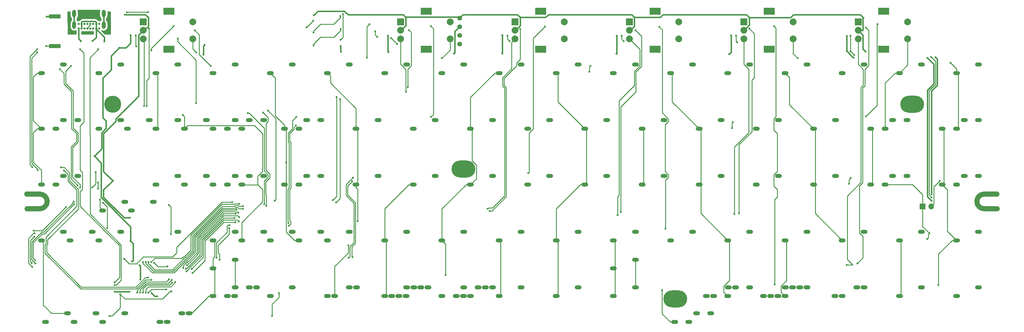
<source format=gtl>
%TF.GenerationSoftware,KiCad,Pcbnew,(5.1.8-0-10_14)*%
%TF.CreationDate,2020-12-29T07:16:28+09:00*%
%TF.ProjectId,Unison,556e6973-6f6e-42e6-9b69-6361645f7063,v01_1*%
%TF.SameCoordinates,Original*%
%TF.FileFunction,Copper,L1,Top*%
%TF.FilePolarity,Positive*%
%FSLAX46Y46*%
G04 Gerber Fmt 4.6, Leading zero omitted, Abs format (unit mm)*
G04 Created by KiCad (PCBNEW (5.1.8-0-10_14)) date 2020-12-29 07:16:28*
%MOMM*%
%LPD*%
G01*
G04 APERTURE LIST*
%TA.AperFunction,EtchedComponent*%
%ADD10C,1.500000*%
%TD*%
%TA.AperFunction,ComponentPad*%
%ADD11O,2.000000X1.200000*%
%TD*%
%TA.AperFunction,ComponentPad*%
%ADD12R,2.000000X2.000000*%
%TD*%
%TA.AperFunction,ComponentPad*%
%ADD13C,2.000000*%
%TD*%
%TA.AperFunction,ComponentPad*%
%ADD14R,3.200000X2.000000*%
%TD*%
%TA.AperFunction,ComponentPad*%
%ADD15C,1.000000*%
%TD*%
%TA.AperFunction,ComponentPad*%
%ADD16C,5.000000*%
%TD*%
%TA.AperFunction,ComponentPad*%
%ADD17O,7.000240X5.000000*%
%TD*%
%TA.AperFunction,ComponentPad*%
%ADD18O,1.700000X1.700000*%
%TD*%
%TA.AperFunction,ComponentPad*%
%ADD19R,1.700000X1.700000*%
%TD*%
%TA.AperFunction,SMDPad,CuDef*%
%ADD20R,3.400000X1.300000*%
%TD*%
%TA.AperFunction,ComponentPad*%
%ADD21C,1.397000*%
%TD*%
%TA.AperFunction,ComponentPad*%
%ADD22O,1.108000X2.216000*%
%TD*%
%TA.AperFunction,ComponentPad*%
%ADD23C,0.650000*%
%TD*%
%TA.AperFunction,ViaPad*%
%ADD24C,0.600000*%
%TD*%
%TA.AperFunction,Conductor*%
%ADD25C,0.381000*%
%TD*%
%TA.AperFunction,Conductor*%
%ADD26C,0.254000*%
%TD*%
%TA.AperFunction,NonConductor*%
%ADD27C,0.254000*%
%TD*%
%TA.AperFunction,NonConductor*%
%ADD28C,0.100000*%
%TD*%
G04 APERTURE END LIST*
D10*
%TO.C,REF\u002A\u002A*%
X15200000Y-71050000D02*
X19000000Y-71050000D01*
X15250000Y-75350000D02*
X19050000Y-75350000D01*
X300200000Y-75350000D02*
X296400000Y-75350000D01*
X300150000Y-71050000D02*
X296350000Y-71050000D01*
X294250000Y-73200000D02*
G75*
G03*
X296400000Y-75350000I2150000J0D01*
G01*
X294250000Y-73200000D02*
G75*
G02*
X296400000Y-71050000I2150000J0D01*
G01*
X21150000Y-73200000D02*
G75*
G02*
X19000000Y-75350000I-2150000J0D01*
G01*
X21150000Y-73200000D02*
G75*
G03*
X19000000Y-71050000I-2150000J0D01*
G01*
%TD*%
D11*
%TO.P,SW_10_2,1*%
%TO.N,Net-(D1-Pad1)*%
X35510000Y-106140000D03*
%TO.P,SW_10_2,2*%
%TO.N,Net-(D7-Pad2)*%
X29060000Y-108680000D03*
%TD*%
%TO.P,SW_12_1,1*%
%TO.N,Net-(D1-Pad1)*%
X36290000Y-51860000D03*
%TO.P,SW_12_1,2*%
%TO.N,Net-(D10-Pad2)*%
X42740000Y-49320000D03*
%TD*%
%TO.P,SW_25_2,1*%
%TO.N,Net-(D14-Pad1)*%
X69890000Y-92860000D03*
%TO.P,SW_25_2,2*%
%TO.N,Net-(D24-Pad2)*%
X76340000Y-90320000D03*
%TD*%
%TO.P,SW_60_2,1*%
%TO.N,Net-(D59-Pad1)*%
X187490000Y-92860000D03*
%TO.P,SW_60_2,2*%
%TO.N,Net-(D64-Pad2)*%
X193940000Y-90320000D03*
%TD*%
%TO.P,SW_19_2,1*%
%TO.N,Net-(D1-Pad1)*%
X27890000Y-84660000D03*
%TO.P,SW_19_2,2*%
%TO.N,Net-(D6-Pad2)*%
X34340000Y-82120000D03*
%TD*%
%TO.P,SW_24_2,1*%
%TO.N,Net-(D14-Pad1)*%
X78290000Y-84660000D03*
%TO.P,SW_24_2,2*%
%TO.N,Net-(D23-Pad2)*%
X84740000Y-82120000D03*
%TD*%
%TO.P,SW_39_2,1*%
%TO.N,Net-(D25-Pad1)*%
X95090000Y-84660000D03*
%TO.P,SW_39_2,2*%
%TO.N,Net-(D29-Pad2)*%
X101540000Y-82120000D03*
%TD*%
%TO.P,SW_45_4,1*%
%TO.N,Net-(D36-Pad1)*%
X145490000Y-101060000D03*
%TO.P,SW_45_4,2*%
%TO.N,Net-(D46-Pad2)*%
X151940000Y-98520000D03*
%TD*%
%TO.P,SW_17_2,2*%
%TO.N,Net-(D4-Pad2)*%
X30140000Y-49320000D03*
%TO.P,SW_17_2,1*%
%TO.N,Net-(D1-Pad1)*%
X23690000Y-51860000D03*
%TD*%
%TO.P,SW_18_2,2*%
%TO.N,Net-(D5-Pad2)*%
X30140000Y-65720000D03*
%TO.P,SW_18_2,1*%
%TO.N,Net-(D1-Pad1)*%
X23690000Y-68260000D03*
%TD*%
%TO.P,SW_23_2,2*%
%TO.N,Net-(D22-Pad2)*%
X80540000Y-65720000D03*
%TO.P,SW_23_2,1*%
%TO.N,Net-(D14-Pad1)*%
X74090000Y-68260000D03*
%TD*%
%TO.P,SW_25_3,2*%
%TO.N,Net-(D24-Pad2)*%
X80540000Y-98520000D03*
%TO.P,SW_25_3,1*%
%TO.N,Net-(D14-Pad1)*%
X74090000Y-101060000D03*
%TD*%
%TO.P,SW_32_2,2*%
%TO.N,Net-(D21-Pad2)*%
X80540000Y-49320000D03*
%TO.P,SW_32_2,1*%
%TO.N,Net-(D25-Pad1)*%
X74090000Y-51860000D03*
%TD*%
%TO.P,SW_37_2,2*%
%TO.N,Net-(D27-Pad2)*%
X97340000Y-49320000D03*
%TO.P,SW_37_2,1*%
%TO.N,Net-(D25-Pad1)*%
X90890000Y-51860000D03*
%TD*%
%TO.P,SW_38_2,2*%
%TO.N,Net-(D28-Pad2)*%
X97340000Y-65720000D03*
%TO.P,SW_38_2,1*%
%TO.N,Net-(D25-Pad1)*%
X90890000Y-68260000D03*
%TD*%
%TO.P,SW_40_2,2*%
%TO.N,Net-(D41-Pad2)*%
X130940000Y-98520000D03*
%TO.P,SW_40_2,1*%
%TO.N,Net-(D36-Pad1)*%
X124490000Y-101060000D03*
%TD*%
%TO.P,SW_45_2,2*%
%TO.N,Net-(D46-Pad2)*%
X147740000Y-98520000D03*
%TO.P,SW_45_2,1*%
%TO.N,Net-(D36-Pad1)*%
X141290000Y-101060000D03*
%TD*%
%TO.P,SW_70_2,2*%
%TO.N,Net-(D76-Pad2)*%
X223340000Y-98520000D03*
%TO.P,SW_70_2,1*%
%TO.N,Net-(D71-Pad1)*%
X216890000Y-101060000D03*
%TD*%
%TO.P,SW_75_2,2*%
%TO.N,Net-(D70-Pad2)*%
X209660000Y-108680000D03*
%TO.P,SW_75_2,1*%
%TO.N,Net-(D71-Pad1)*%
X216110000Y-106140000D03*
%TD*%
%TO.P,SW_7_2,2*%
%TO.N,Net-(D96-Pad2)*%
X290540000Y-49320000D03*
%TO.P,SW_7_2,1*%
%TO.N,RE1_1*%
X284090000Y-51860000D03*
%TD*%
%TO.P,SW_85_3,2*%
%TO.N,Net-(D82-Pad2)*%
X240140000Y-98520000D03*
%TO.P,SW_85_3,1*%
%TO.N,Net-(D83-Pad1)*%
X233690000Y-101060000D03*
%TD*%
%TO.P,SW_8_2,2*%
%TO.N,Net-(D97-Pad2)*%
X290540000Y-65720000D03*
%TO.P,SW_8_2,1*%
%TO.N,RE1_1*%
X284090000Y-68260000D03*
%TD*%
%TO.P,SW_97_2,2*%
%TO.N,Net-(D85-Pad2)*%
X273740000Y-49320000D03*
%TO.P,SW_97_2,1*%
%TO.N,RE6_1*%
X267290000Y-51860000D03*
%TD*%
%TO.P,SW_98_2,2*%
%TO.N,Net-(D86-Pad2)*%
X273740000Y-65720000D03*
%TO.P,SW_98_2,1*%
%TO.N,RE6_1*%
X267290000Y-68260000D03*
%TD*%
%TO.P,SW_85_4,1*%
%TO.N,Net-(D83-Pad1)*%
X231590000Y-101060000D03*
%TO.P,SW_85_4,2*%
%TO.N,Net-(D82-Pad2)*%
X238040000Y-98520000D03*
%TD*%
%TO.P,SW_85_2,1*%
%TO.N,Net-(D83-Pad1)*%
X235790000Y-101060000D03*
%TO.P,SW_85_2,2*%
%TO.N,Net-(D82-Pad2)*%
X242240000Y-98520000D03*
%TD*%
%TO.P,SW_80_2,1*%
%TO.N,Net-(D83-Pad1)*%
X252590000Y-101060000D03*
%TO.P,SW_80_2,2*%
%TO.N,Net-(D88-Pad2)*%
X259040000Y-98520000D03*
%TD*%
%TO.P,SW_70_3,1*%
%TO.N,Net-(D71-Pad1)*%
X214790000Y-101060000D03*
%TO.P,SW_70_3,2*%
%TO.N,Net-(D76-Pad2)*%
X221240000Y-98520000D03*
%TD*%
%TO.P,SW_45_3,1*%
%TO.N,Net-(D36-Pad1)*%
X143390000Y-101060000D03*
%TO.P,SW_45_3,2*%
%TO.N,Net-(D46-Pad2)*%
X149840000Y-98520000D03*
%TD*%
%TO.P,SW_40_4,1*%
%TO.N,Net-(D36-Pad1)*%
X122390000Y-101060000D03*
%TO.P,SW_40_4,2*%
%TO.N,Net-(D41-Pad2)*%
X128840000Y-98520000D03*
%TD*%
%TO.P,SW_40_3,1*%
%TO.N,Net-(D36-Pad1)*%
X126590000Y-101060000D03*
%TO.P,SW_40_3,2*%
%TO.N,Net-(D41-Pad2)*%
X133040000Y-98520000D03*
%TD*%
%TO.P,SW_35_2,1*%
%TO.N,Net-(D25-Pad1)*%
X105590000Y-101060000D03*
%TO.P,SW_35_2,2*%
%TO.N,Net-(D35-Pad2)*%
X112040000Y-98520000D03*
%TD*%
%TO.P,SW_25_4,1*%
%TO.N,Net-(D14-Pad1)*%
X76190000Y-101060000D03*
%TO.P,SW_25_4,2*%
%TO.N,Net-(D24-Pad2)*%
X82640000Y-98520000D03*
%TD*%
%TO.P,SW_20_2,1*%
%TO.N,Net-(D14-Pad1)*%
X62810000Y-106140000D03*
%TO.P,SW_20_2,2*%
%TO.N,Net-(D19-Pad2)*%
X56360000Y-108680000D03*
%TD*%
D12*
%TO.P,SW_RE1,A*%
%TO.N,RE1_A*%
X49400000Y-20400000D03*
D13*
%TO.P,SW_RE1,C*%
%TO.N,GND*%
X49400000Y-22900000D03*
%TO.P,SW_RE1,B*%
%TO.N,RE1_B*%
X49400000Y-25400000D03*
D14*
%TO.P,SW_RE1,MP*%
%TO.N,N/C*%
X56900000Y-17300000D03*
X56900000Y-28500000D03*
D13*
%TO.P,SW_RE1,S2*%
%TO.N,RE1_2*%
X63900000Y-20400000D03*
%TO.P,SW_RE1,S1*%
%TO.N,RE1_1*%
X63900000Y-25400000D03*
%TD*%
D11*
%TO.P,SW_21,1*%
%TO.N,Net-(D14-Pad1)*%
X36290000Y-35460000D03*
%TO.P,SW_21,2*%
%TO.N,Net-(D9-Pad2)*%
X42740000Y-32920000D03*
%TD*%
%TO.P,SW_26,1*%
%TO.N,Net-(D14-Pad1)*%
X53090000Y-35460000D03*
%TO.P,SW_26,2*%
%TO.N,Net-(D15-Pad2)*%
X59540000Y-32920000D03*
%TD*%
D15*
%TO.P,REF\u002A\u002A,1*%
%TO.N,N/C*%
X298442035Y-71000000D03*
X298450000Y-75350000D03*
X294850000Y-74700000D03*
X296400000Y-71000000D03*
X296400000Y-75350000D03*
X294250000Y-73200000D03*
X294850000Y-71700000D03*
X20550000Y-74700000D03*
D16*
X40400000Y-44600000D03*
D17*
X143400000Y-63700000D03*
X205700000Y-101900000D03*
X275250000Y-44600000D03*
D15*
X40400000Y-42700000D03*
X38500000Y-44600000D03*
X42300000Y-44600000D03*
X40400000Y-46500000D03*
X39050000Y-43250000D03*
X41650000Y-43250000D03*
X39050000Y-45900000D03*
X41650000Y-45950000D03*
X275250000Y-42750000D03*
X275250000Y-46450000D03*
X276450000Y-46450000D03*
X274050000Y-46450000D03*
X274050000Y-42750000D03*
X276450000Y-42733000D03*
X205750000Y-100050000D03*
X205700000Y-103750000D03*
X206950000Y-100050000D03*
X204550000Y-100050000D03*
X204500000Y-103750000D03*
X206900000Y-103750000D03*
X143400000Y-61850000D03*
X144600000Y-61850000D03*
X142200000Y-61850000D03*
X143400000Y-65600000D03*
X142200000Y-65600000D03*
X144600000Y-65600000D03*
X21150000Y-73200000D03*
X19000000Y-71050000D03*
X19000000Y-75400000D03*
X20550000Y-71700000D03*
X16950000Y-71050000D03*
X16957965Y-75400000D03*
%TD*%
D18*
%TO.P,J2,2*%
%TO.N,pin8*%
X280840000Y-74700000D03*
D19*
%TO.P,J2,1*%
%TO.N,RE6_1*%
X278300000Y-74700000D03*
%TD*%
D20*
%TO.P,LS1,2*%
%TO.N,Net-(D2-Pad1)*%
X23350000Y-27550000D03*
%TO.P,LS1,1*%
%TO.N,GND*%
X23350000Y-18850000D03*
%TD*%
D21*
%TO.P,OL1,4*%
%TO.N,GND*%
X142300000Y-19290000D03*
%TO.P,OL1,3*%
%TO.N,+5V*%
X142300000Y-21830000D03*
%TO.P,OL1,2*%
%TO.N,SCL_RE2B*%
X142300000Y-24370000D03*
%TO.P,OL1,1*%
%TO.N,SDA_RE2A*%
X142300000Y-26910000D03*
%TD*%
D11*
%TO.P,SW_6,1*%
%TO.N,RE1_1*%
X288290000Y-35460000D03*
%TO.P,SW_6,2*%
%TO.N,Net-(D95-Pad2)*%
X294740000Y-32920000D03*
%TD*%
%TO.P,SW_9,1*%
%TO.N,RE1_1*%
X288290000Y-84660000D03*
%TO.P,SW_9,2*%
%TO.N,Net-(D98-Pad2)*%
X294740000Y-82120000D03*
%TD*%
%TO.P,SW_14,1*%
%TO.N,Net-(D1-Pad1)*%
X36290000Y-84660000D03*
%TO.P,SW_14,2*%
%TO.N,Net-(D12-Pad2)*%
X42740000Y-82120000D03*
%TD*%
%TO.P,SW_15,1*%
%TO.N,Net-(D1-Pad1)*%
X43910000Y-106140000D03*
%TO.P,SW_15,2*%
%TO.N,Net-(D13-Pad2)*%
X37460000Y-108680000D03*
%TD*%
%TO.P,SW_16,1*%
%TO.N,Net-(D1-Pad1)*%
X19490000Y-35460000D03*
%TO.P,SW_16,2*%
%TO.N,Net-(D3-Pad2)*%
X25940000Y-32920000D03*
%TD*%
%TO.P,SW_29,1*%
%TO.N,Net-(D14-Pad1)*%
X53090000Y-84660000D03*
%TO.P,SW_29,2*%
%TO.N,Net-(D18-Pad2)*%
X59540000Y-82120000D03*
%TD*%
%TO.P,SW_30,1*%
%TO.N,Net-(D25-Pad1)*%
X86690000Y-101060000D03*
%TO.P,SW_30,2*%
%TO.N,Net-(D30-Pad2)*%
X93140000Y-98520000D03*
%TD*%
%TO.P,SW_31,1*%
%TO.N,Net-(D25-Pad1)*%
X69890000Y-35460000D03*
%TO.P,SW_31,2*%
%TO.N,Net-(D20-Pad2)*%
X76340000Y-32920000D03*
%TD*%
%TO.P,SW_34,1*%
%TO.N,Net-(D25-Pad1)*%
X103490000Y-84660000D03*
%TO.P,SW_34,2*%
%TO.N,Net-(D34-Pad2)*%
X109940000Y-82120000D03*
%TD*%
%TO.P,SW_36,1*%
%TO.N,Net-(D25-Pad1)*%
X86690000Y-35460000D03*
%TO.P,SW_36,2*%
%TO.N,Net-(D26-Pad2)*%
X93140000Y-32920000D03*
%TD*%
%TO.P,SW_41,1*%
%TO.N,Net-(D36-Pad1)*%
X103490000Y-35460000D03*
%TO.P,SW_41,2*%
%TO.N,Net-(D31-Pad2)*%
X109940000Y-32920000D03*
%TD*%
%TO.P,SW_42,1*%
%TO.N,Net-(D36-Pad1)*%
X111890000Y-51860000D03*
%TO.P,SW_42,2*%
%TO.N,Net-(D32-Pad2)*%
X118340000Y-49320000D03*
%TD*%
%TO.P,SW_43,1*%
%TO.N,Net-(D36-Pad1)*%
X111890000Y-68260000D03*
%TO.P,SW_43,2*%
%TO.N,Net-(D33-Pad2)*%
X118340000Y-65720000D03*
%TD*%
%TO.P,SW_46,1*%
%TO.N,Net-(D36-Pad1)*%
X120290000Y-35460000D03*
%TO.P,SW_46,2*%
%TO.N,Net-(D37-Pad2)*%
X126740000Y-32920000D03*
%TD*%
%TO.P,SW_47,1*%
%TO.N,Net-(D36-Pad1)*%
X128690000Y-51860000D03*
%TO.P,SW_47,2*%
%TO.N,Net-(D38-Pad2)*%
X135140000Y-49320000D03*
%TD*%
%TO.P,SW_48,1*%
%TO.N,Net-(D36-Pad1)*%
X128690000Y-68260000D03*
%TO.P,SW_48,2*%
%TO.N,Net-(D39-Pad2)*%
X135140000Y-65720000D03*
%TD*%
%TO.P,SW_49,1*%
%TO.N,Net-(D36-Pad1)*%
X120290000Y-84660000D03*
%TO.P,SW_49,2*%
%TO.N,Net-(D40-Pad2)*%
X126740000Y-82120000D03*
%TD*%
%TO.P,SW_50,1*%
%TO.N,Net-(D47-Pad1)*%
X153890000Y-101060000D03*
%TO.P,SW_50,2*%
%TO.N,Net-(D52-Pad2)*%
X160340000Y-98520000D03*
%TD*%
%TO.P,SW_51,1*%
%TO.N,Net-(D47-Pad1)*%
X137090000Y-35460000D03*
%TO.P,SW_51,2*%
%TO.N,Net-(D42-Pad2)*%
X143540000Y-32920000D03*
%TD*%
%TO.P,SW_52,1*%
%TO.N,Net-(D47-Pad1)*%
X145490000Y-51860000D03*
%TO.P,SW_52,2*%
%TO.N,Net-(D43-Pad2)*%
X151940000Y-49320000D03*
%TD*%
%TO.P,SW_53,1*%
%TO.N,Net-(D47-Pad1)*%
X145490000Y-68260000D03*
%TO.P,SW_53,2*%
%TO.N,Net-(D44-Pad2)*%
X151940000Y-65720000D03*
%TD*%
%TO.P,SW_54,1*%
%TO.N,Net-(D47-Pad1)*%
X137090000Y-84660000D03*
%TO.P,SW_54,2*%
%TO.N,Net-(D45-Pad2)*%
X143540000Y-82120000D03*
%TD*%
%TO.P,SW_56,1*%
%TO.N,Net-(D47-Pad1)*%
X153890000Y-35460000D03*
%TO.P,SW_56,2*%
%TO.N,Net-(D48-Pad2)*%
X160340000Y-32920000D03*
%TD*%
%TO.P,SW_57,1*%
%TO.N,Net-(D47-Pad1)*%
X162290000Y-51860000D03*
%TO.P,SW_57,2*%
%TO.N,Net-(D49-Pad2)*%
X168740000Y-49320000D03*
%TD*%
%TO.P,SW_58,1*%
%TO.N,Net-(D47-Pad1)*%
X162290000Y-68260000D03*
%TO.P,SW_58,2*%
%TO.N,Net-(D50-Pad2)*%
X168740000Y-65720000D03*
%TD*%
%TO.P,SW_59,1*%
%TO.N,Net-(D47-Pad1)*%
X153890000Y-84660000D03*
%TO.P,SW_59,2*%
%TO.N,Net-(D51-Pad2)*%
X160340000Y-82120000D03*
%TD*%
%TO.P,SW_61,1*%
%TO.N,Net-(D59-Pad1)*%
X170690000Y-35460000D03*
%TO.P,SW_61,2*%
%TO.N,Net-(D54-Pad2)*%
X177140000Y-32920000D03*
%TD*%
%TO.P,SW_62,1*%
%TO.N,Net-(D59-Pad1)*%
X179090000Y-51860000D03*
%TO.P,SW_62,2*%
%TO.N,Net-(D55-Pad2)*%
X185540000Y-49320000D03*
%TD*%
%TO.P,SW_63,1*%
%TO.N,Net-(D59-Pad1)*%
X179090000Y-68260000D03*
%TO.P,SW_63,2*%
%TO.N,Net-(D56-Pad2)*%
X185540000Y-65720000D03*
%TD*%
%TO.P,SW_64,1*%
%TO.N,Net-(D59-Pad1)*%
X170690000Y-84660000D03*
%TO.P,SW_64,2*%
%TO.N,Net-(D57-Pad2)*%
X177140000Y-82120000D03*
%TD*%
%TO.P,SW_65,1*%
%TO.N,Net-(D59-Pad1)*%
X170690000Y-101060000D03*
%TO.P,SW_65,2*%
%TO.N,Net-(D58-Pad2)*%
X177140000Y-98520000D03*
%TD*%
%TO.P,SW_67,1*%
%TO.N,Net-(D59-Pad1)*%
X195890000Y-51860000D03*
%TO.P,SW_67,2*%
%TO.N,Net-(D61-Pad2)*%
X202340000Y-49320000D03*
%TD*%
%TO.P,SW_68,1*%
%TO.N,Net-(D59-Pad1)*%
X195890000Y-68260000D03*
%TO.P,SW_68,2*%
%TO.N,Net-(D62-Pad2)*%
X202340000Y-65720000D03*
%TD*%
%TO.P,SW_69,1*%
%TO.N,Net-(D59-Pad1)*%
X187490000Y-84660000D03*
%TO.P,SW_69,2*%
%TO.N,Net-(D63-Pad2)*%
X193940000Y-82120000D03*
%TD*%
%TO.P,SW_71,1*%
%TO.N,Net-(D71-Pad1)*%
X204290000Y-35460000D03*
%TO.P,SW_71,2*%
%TO.N,Net-(D66-Pad2)*%
X210740000Y-32920000D03*
%TD*%
%TO.P,SW_72,1*%
%TO.N,Net-(D71-Pad1)*%
X212690000Y-51860000D03*
%TO.P,SW_72,2*%
%TO.N,Net-(D67-Pad2)*%
X219140000Y-49320000D03*
%TD*%
%TO.P,SW_73,1*%
%TO.N,Net-(D71-Pad1)*%
X212690000Y-68260000D03*
%TO.P,SW_73,2*%
%TO.N,Net-(D68-Pad2)*%
X219140000Y-65720000D03*
%TD*%
%TO.P,SW_74,1*%
%TO.N,Net-(D71-Pad1)*%
X204290000Y-84660000D03*
%TO.P,SW_74,2*%
%TO.N,Net-(D69-Pad2)*%
X210740000Y-82120000D03*
%TD*%
%TO.P,SW_76,1*%
%TO.N,Net-(D71-Pad1)*%
X187490000Y-35460000D03*
%TO.P,SW_76,2*%
%TO.N,Net-(D60-Pad2)*%
X193940000Y-32920000D03*
%TD*%
%TO.P,SW_78,1*%
%TO.N,Net-(D71-Pad1)*%
X229490000Y-68260000D03*
%TO.P,SW_78,2*%
%TO.N,Net-(D74-Pad2)*%
X235940000Y-65720000D03*
%TD*%
%TO.P,SW_79,1*%
%TO.N,Net-(D71-Pad1)*%
X221090000Y-84660000D03*
%TO.P,SW_79,2*%
%TO.N,Net-(D75-Pad2)*%
X227540000Y-82120000D03*
%TD*%
%TO.P,SW_81,1*%
%TO.N,Net-(D83-Pad1)*%
X237890000Y-35460000D03*
%TO.P,SW_81,2*%
%TO.N,Net-(D78-Pad2)*%
X244340000Y-32920000D03*
%TD*%
%TO.P,SW_82,1*%
%TO.N,Net-(D83-Pad1)*%
X246290000Y-51860000D03*
%TO.P,SW_82,2*%
%TO.N,Net-(D79-Pad2)*%
X252740000Y-49320000D03*
%TD*%
%TO.P,SW_83,1*%
%TO.N,Net-(D83-Pad1)*%
X246290000Y-68260000D03*
%TO.P,SW_83,2*%
%TO.N,Net-(D80-Pad2)*%
X252740000Y-65720000D03*
%TD*%
%TO.P,SW_84,1*%
%TO.N,Net-(D83-Pad1)*%
X237890000Y-84660000D03*
%TO.P,SW_84,2*%
%TO.N,Net-(D81-Pad2)*%
X244340000Y-82120000D03*
%TD*%
%TO.P,SW_86,1*%
%TO.N,Net-(D83-Pad1)*%
X221090000Y-35460000D03*
%TO.P,SW_86,2*%
%TO.N,Net-(D72-Pad2)*%
X227540000Y-32920000D03*
%TD*%
%TO.P,SW_87,1*%
%TO.N,Net-(D83-Pad1)*%
X229490000Y-51860000D03*
%TO.P,SW_87,2*%
%TO.N,Net-(D73-Pad2)*%
X235940000Y-49320000D03*
%TD*%
%TO.P,SW_89,1*%
%TO.N,Net-(D83-Pad1)*%
X254690000Y-84660000D03*
%TO.P,SW_89,2*%
%TO.N,Net-(D87-Pad2)*%
X261140000Y-82120000D03*
%TD*%
%TO.P,SW_90,1*%
%TO.N,RE6_1*%
X288290000Y-101060000D03*
%TO.P,SW_90,2*%
%TO.N,Net-(D99-Pad2)*%
X294740000Y-98520000D03*
%TD*%
%TO.P,SW_91,1*%
%TO.N,RE6_1*%
X271490000Y-35460000D03*
%TO.P,SW_91,2*%
%TO.N,Net-(D90-Pad2)*%
X277940000Y-32920000D03*
%TD*%
%TO.P,SW_94,1*%
%TO.N,RE6_1*%
X271490000Y-84660000D03*
%TO.P,SW_94,2*%
%TO.N,Net-(D91-Pad2)*%
X277940000Y-82120000D03*
%TD*%
%TO.P,SW_95,1*%
%TO.N,RE6_1*%
X271490000Y-101060000D03*
%TO.P,SW_95,2*%
%TO.N,Net-(D92-Pad2)*%
X277940000Y-98520000D03*
%TD*%
%TO.P,SW_96,1*%
%TO.N,RE6_1*%
X254690000Y-35460000D03*
%TO.P,SW_96,2*%
%TO.N,Net-(D84-Pad2)*%
X261140000Y-32920000D03*
%TD*%
%TO.P,SW_10_1,1*%
%TO.N,Net-(D1-Pad1)*%
X27110000Y-106140000D03*
%TO.P,SW_10_1,2*%
%TO.N,Net-(D7-Pad2)*%
X20660000Y-108680000D03*
%TD*%
%TO.P,SW_12_2,1*%
%TO.N,Net-(D1-Pad1)*%
X44690000Y-51860000D03*
%TO.P,SW_12_2,2*%
%TO.N,Net-(D10-Pad2)*%
X51140000Y-49320000D03*
%TD*%
%TO.P,SW_13_1,1*%
%TO.N,Net-(D1-Pad1)*%
X43910000Y-73340000D03*
%TO.P,SW_13_1,2*%
%TO.N,Net-(D11-Pad2)*%
X37460000Y-75880000D03*
%TD*%
%TO.P,SW_13_2,1*%
%TO.N,Net-(D1-Pad1)*%
X52310000Y-73340000D03*
%TO.P,SW_13_2,2*%
%TO.N,Net-(D11-Pad2)*%
X45860000Y-75880000D03*
%TD*%
%TO.P,SW_17_1,1*%
%TO.N,Net-(D1-Pad1)*%
X19490000Y-51860000D03*
%TO.P,SW_17_1,2*%
%TO.N,Net-(D4-Pad2)*%
X25940000Y-49320000D03*
%TD*%
%TO.P,SW_18_1,1*%
%TO.N,Net-(D1-Pad1)*%
X19490000Y-68260000D03*
%TO.P,SW_18_1,2*%
%TO.N,Net-(D5-Pad2)*%
X25940000Y-65720000D03*
%TD*%
%TO.P,SW_19_1,1*%
%TO.N,Net-(D1-Pad1)*%
X19490000Y-84660000D03*
%TO.P,SW_19_1,2*%
%TO.N,Net-(D6-Pad2)*%
X25940000Y-82120000D03*
%TD*%
%TO.P,SW_20_1,1*%
%TO.N,Net-(D14-Pad1)*%
X60710000Y-106140000D03*
%TO.P,SW_20_1,2*%
%TO.N,Net-(D19-Pad2)*%
X54260000Y-108680000D03*
%TD*%
%TO.P,SW_23_1,1*%
%TO.N,Net-(D14-Pad1)*%
X69890000Y-68260000D03*
%TO.P,SW_23_1,2*%
%TO.N,Net-(D22-Pad2)*%
X76340000Y-65720000D03*
%TD*%
%TO.P,SW_24_1,1*%
%TO.N,Net-(D14-Pad1)*%
X69890000Y-84660000D03*
%TO.P,SW_24_1,2*%
%TO.N,Net-(D23-Pad2)*%
X76340000Y-82120000D03*
%TD*%
%TO.P,SW_25_1,1*%
%TO.N,Net-(D14-Pad1)*%
X69890000Y-101060000D03*
%TO.P,SW_25_1,2*%
%TO.N,Net-(D24-Pad2)*%
X76340000Y-98520000D03*
%TD*%
%TO.P,SW_27_1,1*%
%TO.N,Net-(D14-Pad1)*%
X53090000Y-51860000D03*
%TO.P,SW_27_1,2*%
%TO.N,Net-(D16-Pad2)*%
X59540000Y-49320000D03*
%TD*%
%TO.P,SW_27_2,1*%
%TO.N,Net-(D14-Pad1)*%
X61490000Y-51860000D03*
%TO.P,SW_27_2,2*%
%TO.N,Net-(D16-Pad2)*%
X67940000Y-49320000D03*
%TD*%
%TO.P,SW_28_1,1*%
%TO.N,Net-(D14-Pad1)*%
X53090000Y-68260000D03*
%TO.P,SW_28_1,2*%
%TO.N,Net-(D17-Pad2)*%
X59540000Y-65720000D03*
%TD*%
%TO.P,SW_28_2,1*%
%TO.N,Net-(D14-Pad1)*%
X61490000Y-68260000D03*
%TO.P,SW_28_2,2*%
%TO.N,Net-(D17-Pad2)*%
X67940000Y-65720000D03*
%TD*%
%TO.P,SW_32_1,1*%
%TO.N,Net-(D25-Pad1)*%
X69890000Y-51860000D03*
%TO.P,SW_32_1,2*%
%TO.N,Net-(D21-Pad2)*%
X76340000Y-49320000D03*
%TD*%
%TO.P,SW_35_1,1*%
%TO.N,Net-(D25-Pad1)*%
X103490000Y-101060000D03*
%TO.P,SW_35_1,2*%
%TO.N,Net-(D35-Pad2)*%
X109940000Y-98520000D03*
%TD*%
%TO.P,SW_37_1,1*%
%TO.N,Net-(D25-Pad1)*%
X95090000Y-51860000D03*
%TO.P,SW_37_1,2*%
%TO.N,Net-(D27-Pad2)*%
X101540000Y-49320000D03*
%TD*%
%TO.P,SW_38_1,1*%
%TO.N,Net-(D25-Pad1)*%
X95090000Y-68260000D03*
%TO.P,SW_38_1,2*%
%TO.N,Net-(D28-Pad2)*%
X101540000Y-65720000D03*
%TD*%
%TO.P,SW_39_1,1*%
%TO.N,Net-(D25-Pad1)*%
X86690000Y-84660000D03*
%TO.P,SW_39_1,2*%
%TO.N,Net-(D29-Pad2)*%
X93140000Y-82120000D03*
%TD*%
%TO.P,SW_40_1,1*%
%TO.N,Net-(D36-Pad1)*%
X120290000Y-101060000D03*
%TO.P,SW_40_1,2*%
%TO.N,Net-(D41-Pad2)*%
X126740000Y-98520000D03*
%TD*%
%TO.P,SW_45_1,1*%
%TO.N,Net-(D36-Pad1)*%
X137090000Y-101060000D03*
%TO.P,SW_45_1,2*%
%TO.N,Net-(D46-Pad2)*%
X143540000Y-98520000D03*
%TD*%
%TO.P,SW_60_1,1*%
%TO.N,Net-(D59-Pad1)*%
X187490000Y-101060000D03*
%TO.P,SW_60_1,2*%
%TO.N,Net-(D64-Pad2)*%
X193940000Y-98520000D03*
%TD*%
%TO.P,SW_70_1,1*%
%TO.N,Net-(D71-Pad1)*%
X221090000Y-101060000D03*
%TO.P,SW_70_1,2*%
%TO.N,Net-(D76-Pad2)*%
X227540000Y-98520000D03*
%TD*%
%TO.P,SW_75_1,1*%
%TO.N,Net-(D71-Pad1)*%
X211910000Y-106140000D03*
%TO.P,SW_75_1,2*%
%TO.N,Net-(D70-Pad2)*%
X205460000Y-108680000D03*
%TD*%
%TO.P,SW_7_1,1*%
%TO.N,RE1_1*%
X288290000Y-51860000D03*
%TO.P,SW_7_1,2*%
%TO.N,Net-(D96-Pad2)*%
X294740000Y-49320000D03*
%TD*%
%TO.P,SW_80_1,1*%
%TO.N,Net-(D83-Pad1)*%
X254690000Y-101060000D03*
%TO.P,SW_80_1,2*%
%TO.N,Net-(D88-Pad2)*%
X261140000Y-98520000D03*
%TD*%
%TO.P,SW_85_1,1*%
%TO.N,Net-(D83-Pad1)*%
X237890000Y-101060000D03*
%TO.P,SW_85_1,2*%
%TO.N,Net-(D82-Pad2)*%
X244340000Y-98520000D03*
%TD*%
%TO.P,SW_8_1,1*%
%TO.N,RE1_1*%
X288290000Y-68260000D03*
%TO.P,SW_8_1,2*%
%TO.N,Net-(D97-Pad2)*%
X294740000Y-65720000D03*
%TD*%
%TO.P,SW_97_1,1*%
%TO.N,RE6_1*%
X263090000Y-51860000D03*
%TO.P,SW_97_1,2*%
%TO.N,Net-(D85-Pad2)*%
X269540000Y-49320000D03*
%TD*%
%TO.P,SW_98_1,1*%
%TO.N,RE6_1*%
X263090000Y-68260000D03*
%TO.P,SW_98_1,2*%
%TO.N,Net-(D86-Pad2)*%
X269540000Y-65720000D03*
%TD*%
D12*
%TO.P,SW_RE2,A*%
%TO.N,SDA_RE2A*%
X125000000Y-20400000D03*
D13*
%TO.P,SW_RE2,C*%
%TO.N,GND*%
X125000000Y-22900000D03*
%TO.P,SW_RE2,B*%
%TO.N,SCL_RE2B*%
X125000000Y-25400000D03*
D14*
%TO.P,SW_RE2,MP*%
%TO.N,N/C*%
X132500000Y-17300000D03*
X132500000Y-28500000D03*
D13*
%TO.P,SW_RE2,S2*%
%TO.N,RE2_2*%
X139500000Y-20400000D03*
%TO.P,SW_RE2,S1*%
%TO.N,RE1_1*%
X139500000Y-25400000D03*
%TD*%
D12*
%TO.P,SW_RE3,A*%
%TO.N,RE3_A*%
X158600000Y-20400000D03*
D13*
%TO.P,SW_RE3,C*%
%TO.N,GND*%
X158600000Y-22900000D03*
%TO.P,SW_RE3,B*%
%TO.N,RE3_B*%
X158600000Y-25400000D03*
D14*
%TO.P,SW_RE3,MP*%
%TO.N,N/C*%
X166100000Y-17300000D03*
X166100000Y-28500000D03*
D13*
%TO.P,SW_RE3,S2*%
%TO.N,RE3_2*%
X173100000Y-20400000D03*
%TO.P,SW_RE3,S1*%
%TO.N,RE1_1*%
X173100000Y-25400000D03*
%TD*%
D12*
%TO.P,SW_RE4,A*%
%TO.N,RE4_A*%
X192200000Y-20400000D03*
D13*
%TO.P,SW_RE4,C*%
%TO.N,GND*%
X192200000Y-22900000D03*
%TO.P,SW_RE4,B*%
%TO.N,RE4_B*%
X192200000Y-25400000D03*
D14*
%TO.P,SW_RE4,MP*%
%TO.N,N/C*%
X199700000Y-17300000D03*
X199700000Y-28500000D03*
D13*
%TO.P,SW_RE4,S2*%
%TO.N,RE4_2*%
X206700000Y-20400000D03*
%TO.P,SW_RE4,S1*%
%TO.N,RE1_1*%
X206700000Y-25400000D03*
%TD*%
D12*
%TO.P,SW_RE5,A*%
%TO.N,RE5_A*%
X225800000Y-20400000D03*
D13*
%TO.P,SW_RE5,C*%
%TO.N,GND*%
X225800000Y-22900000D03*
%TO.P,SW_RE5,B*%
%TO.N,RE5_B*%
X225800000Y-25400000D03*
D14*
%TO.P,SW_RE5,MP*%
%TO.N,N/C*%
X233300000Y-17300000D03*
X233300000Y-28500000D03*
D13*
%TO.P,SW_RE5,S2*%
%TO.N,RE5_2*%
X240300000Y-20400000D03*
%TO.P,SW_RE5,S1*%
%TO.N,RE1_1*%
X240300000Y-25400000D03*
%TD*%
D12*
%TO.P,SW_RE6,A*%
%TO.N,RE6_A*%
X259400000Y-20400000D03*
D13*
%TO.P,SW_RE6,C*%
%TO.N,GND*%
X259400000Y-22900000D03*
%TO.P,SW_RE6,B*%
%TO.N,RE6_B*%
X259400000Y-25400000D03*
D14*
%TO.P,SW_RE6,MP*%
%TO.N,N/C*%
X266900000Y-17300000D03*
X266900000Y-28500000D03*
D13*
%TO.P,SW_RE6,S2*%
%TO.N,RE6_2*%
X273900000Y-20400000D03*
%TO.P,SW_RE6,S1*%
%TO.N,RE6_1*%
X273900000Y-25400000D03*
%TD*%
D22*
%TO.P,J1,P4*%
%TO.N,GND*%
X29075000Y-17965000D03*
%TO.P,J1,P3*%
X37725000Y-17965000D03*
%TO.P,J1,P2*%
X37725000Y-21345000D03*
%TO.P,J1,P1*%
X29075000Y-21345000D03*
D23*
%TO.P,J1,B12*%
X30425000Y-20975000D03*
%TO.P,J1,B9*%
%TO.N,VCC*%
X31275000Y-20975000D03*
%TO.P,J1,B8*%
%TO.N,Net-(J1-PadB8)*%
X32125000Y-20975000D03*
%TO.P,J1,B7*%
%TO.N,Net-(D102-Pad3)*%
X32975000Y-20975000D03*
%TO.P,J1,B6*%
%TO.N,Net-(D102-Pad2)*%
X33825000Y-20975000D03*
%TO.P,J1,B5*%
%TO.N,Net-(J1-PadB5)*%
X34675000Y-20975000D03*
%TO.P,J1,B4*%
%TO.N,VCC*%
X35525000Y-20975000D03*
%TO.P,J1,B1*%
%TO.N,GND*%
X36375000Y-20975000D03*
%TO.P,J1,A12*%
X36375000Y-22325000D03*
%TO.P,J1,A9*%
%TO.N,VCC*%
X35525000Y-22325000D03*
%TO.P,J1,A8*%
%TO.N,Net-(J1-PadA8)*%
X34675000Y-22325000D03*
%TO.P,J1,A7*%
%TO.N,Net-(D102-Pad3)*%
X33825000Y-22325000D03*
%TO.P,J1,A6*%
%TO.N,Net-(D102-Pad2)*%
X32975000Y-22325000D03*
%TO.P,J1,A5*%
%TO.N,Net-(J1-PadA5)*%
X32125000Y-22325000D03*
%TO.P,J1,A4*%
%TO.N,VCC*%
X31275000Y-22325000D03*
%TO.P,J1,A1*%
%TO.N,GND*%
X30425000Y-22325000D03*
%TD*%
D11*
%TO.P,SW_23_3,1*%
%TO.N,Net-(D14-Pad1)*%
X78290000Y-68260000D03*
%TO.P,SW_23_3,2*%
%TO.N,Net-(D22-Pad2)*%
X84740000Y-65720000D03*
%TD*%
%TO.P,SW_32_3,1*%
%TO.N,Net-(D25-Pad1)*%
X78290000Y-51860000D03*
%TO.P,SW_32_3,2*%
%TO.N,Net-(D21-Pad2)*%
X84740000Y-49320000D03*
%TD*%
D24*
%TO.N,GND*%
X21000000Y-18900000D03*
X260950000Y-19199994D03*
X227450000Y-19149990D03*
X193650000Y-19050000D03*
X160100000Y-19100000D03*
X126500000Y-19100000D03*
X50850000Y-19150000D03*
X280967731Y-71130187D03*
X261500000Y-29100000D03*
X31050001Y-26050001D03*
X99475000Y-18450000D03*
X282125000Y-30850000D03*
X43970000Y-18290000D03*
X45300000Y-99750000D03*
X48259502Y-91990502D03*
X48521944Y-96200000D03*
X40450000Y-67050000D03*
X40979509Y-99750004D03*
X45500000Y-78000000D03*
X53525000Y-101100000D03*
X51838881Y-100206713D03*
%TO.N,+5V*%
X256000000Y-24550000D03*
X280950000Y-73000000D03*
X45625000Y-24275000D03*
X107399994Y-27550000D03*
X154850000Y-24350000D03*
X188450000Y-24450000D03*
X222050000Y-24425000D03*
X121232904Y-24501074D03*
X107450157Y-29197990D03*
X121384468Y-29297990D03*
X255999987Y-28974987D03*
X154850000Y-29747990D03*
X258031976Y-30911969D03*
X279750000Y-31044522D03*
X67375000Y-27175000D03*
X67025000Y-30054020D03*
X42346856Y-28018979D03*
X221460000Y-29869992D03*
X140600018Y-29747990D03*
X188400000Y-29799998D03*
X45637500Y-84850000D03*
X46100000Y-90850000D03*
X35027010Y-59892811D03*
%TO.N,Net-(D1-Pad1)*%
X38801708Y-81072912D03*
X37554059Y-73575403D03*
%TO.N,pin1*%
X64500000Y-22900000D03*
X58250000Y-21700000D03*
X69200000Y-33400000D03*
X28130990Y-33400000D03*
X17600000Y-90500000D03*
X30800000Y-69100000D03*
X51727010Y-28808022D03*
X29078590Y-74034682D03*
%TO.N,Net-(D2-Pad1)*%
X20800000Y-27500000D03*
%TO.N,pin6*%
X24897999Y-34327001D03*
X17705078Y-91491806D03*
X30100000Y-68500000D03*
X28985136Y-73240147D03*
%TO.N,pin7*%
X74600000Y-81000000D03*
X94203603Y-50873380D03*
X92100000Y-80400000D03*
X48408028Y-99986862D03*
X57764398Y-96248874D03*
X71797660Y-90372990D03*
%TO.N,pin8*%
X283372999Y-67127001D03*
X50100000Y-100000000D03*
X58800000Y-97000000D03*
X110800000Y-89600000D03*
X110767010Y-67332990D03*
%TO.N,pin9*%
X16800000Y-92450000D03*
X17450000Y-82600000D03*
X56900004Y-74300000D03*
X57500000Y-82800000D03*
%TO.N,pin10*%
X87250000Y-106900000D03*
X89232990Y-100132990D03*
%TO.N,pin2*%
X133892990Y-48392990D03*
X133900000Y-21700000D03*
X261700000Y-48200002D03*
X265130000Y-21060000D03*
X56900000Y-96100000D03*
X94307010Y-48392990D03*
X74642900Y-80201139D03*
X92072990Y-79535480D03*
X47608153Y-100001704D03*
X70913288Y-89745988D03*
%TO.N,Net-(D11-Pad2)*%
X36100000Y-67700000D03*
X36100000Y-69450000D03*
X36637919Y-72658945D03*
%TO.N,pin3*%
X167400000Y-21800000D03*
X162505699Y-64905699D03*
X49300000Y-100000000D03*
X57800000Y-97100000D03*
X109771698Y-89741574D03*
X111000000Y-66200000D03*
%TO.N,pin4*%
X201000000Y-21900000D03*
X202750000Y-81250000D03*
X16561490Y-91263594D03*
X17327010Y-83583220D03*
%TO.N,pin5*%
X234700000Y-21700000D03*
X234907010Y-97592990D03*
X42600000Y-100500000D03*
X39500000Y-106900000D03*
X57700004Y-99700000D03*
%TO.N,Net-(D14-Pad1)*%
X61000000Y-47800000D03*
%TO.N,Net-(D25-Pad1)*%
X91367001Y-61732999D03*
X109617001Y-86087839D03*
%TO.N,Net-(D36-Pad1)*%
X112400000Y-79045994D03*
%TO.N,Net-(D47-Pad1)*%
X138200000Y-94800000D03*
%TO.N,Net-(D59-Pad1)*%
X180400000Y-35100000D03*
X180800000Y-33400000D03*
%TO.N,Net-(D70-Pad2)*%
X201800000Y-99300000D03*
%TO.N,Net-(D71-Pad1)*%
X222300000Y-51700000D03*
X222600000Y-49900000D03*
%TO.N,Net-(D83-Pad1)*%
X256700000Y-68000000D03*
X257200000Y-66300000D03*
%TO.N,RE6_1*%
X280300000Y-82600004D03*
X279699998Y-84300000D03*
%TO.N,RE1_1*%
X283000000Y-97800000D03*
X137103178Y-31127010D03*
X241606716Y-31127010D03*
X286500000Y-32425000D03*
X64973543Y-29409490D03*
%TO.N,VCC*%
X37900000Y-26200002D03*
X34475000Y-26025000D03*
%TO.N,AUDIO1*%
X18200000Y-28500008D03*
X16800000Y-63100000D03*
X25200002Y-63200000D03*
X50800000Y-95637958D03*
%TO.N,AUDIO2[Reserve]*%
X18214781Y-29412389D03*
X18400001Y-64000000D03*
X26056636Y-64100000D03*
X51699996Y-96264968D03*
%TO.N,Net-(JP_LED1-Pad3)*%
X257150000Y-24500000D03*
X280963265Y-72036735D03*
X257150000Y-29074999D03*
X258228444Y-30136456D03*
X280850000Y-30725000D03*
%TO.N,LED*%
X43800000Y-90100000D03*
X75500000Y-73400000D03*
X88000000Y-73000000D03*
X86000000Y-46500000D03*
X64900000Y-44300000D03*
X59500000Y-25300000D03*
%TO.N,Net-(JP_LED2-Pad2)*%
X47150000Y-24360000D03*
X115070028Y-30911969D03*
X115800000Y-21100000D03*
X47309490Y-27622490D03*
%TO.N,Net-(JP_LED2-Pad3)*%
X117550000Y-23200000D03*
X118075214Y-24826315D03*
X123950000Y-26950000D03*
X122175000Y-25174994D03*
%TO.N,Net-(L5-Pad2)*%
X97400000Y-22000000D03*
X99300000Y-20099988D03*
%TO.N,Net-(L6-Pad2)*%
X99438261Y-23561731D03*
X107300004Y-18699996D03*
%TO.N,Net-(L7-Pad2)*%
X107400003Y-22499997D03*
X99415510Y-27400002D03*
%TO.N,Net-(L8-Pad2)*%
X107375000Y-25675000D03*
X50775000Y-17500000D03*
X108074998Y-18125000D03*
X44550000Y-17599490D03*
%TO.N,Net-(L11-Pad2)*%
X156350000Y-24450000D03*
X156975000Y-26100000D03*
%TO.N,Net-(L12-Pad2)*%
X189950000Y-24500000D03*
X190500000Y-26125000D03*
%TO.N,Net-(L13-Pad2)*%
X223550000Y-24475000D03*
X223894136Y-26419136D03*
%TO.N,SDA_RE2A*%
X50100000Y-91000000D03*
X105100000Y-72800000D03*
X106200000Y-42500000D03*
X127100000Y-39600000D03*
X127455501Y-22855501D03*
X78623078Y-75396305D03*
%TO.N,SCL_RE2B*%
X49300000Y-91000000D03*
X106000000Y-73500000D03*
X107200000Y-43127010D03*
X126593364Y-40993364D03*
X76791111Y-75549922D03*
%TO.N,Net-(R4-Pad2)*%
X17200000Y-81800000D03*
X26650000Y-74850000D03*
X34400000Y-69100000D03*
X35400000Y-64645989D03*
%TO.N,D-*%
X36200000Y-28500000D03*
X41000000Y-97772990D03*
%TO.N,D+*%
X30827010Y-28437657D03*
X41000000Y-96972977D03*
%TO.N,RE1_A*%
X50900000Y-91000000D03*
X78700000Y-74600000D03*
X84600000Y-47100000D03*
X51100000Y-22400000D03*
X50414869Y-45128141D03*
X85528269Y-74522285D03*
%TO.N,RE1_B*%
X51700000Y-91000000D03*
X80100000Y-47300000D03*
X49600000Y-45100000D03*
X84900000Y-74027010D03*
X77559434Y-73907554D03*
%TO.N,RE3_B*%
X61100000Y-92827010D03*
X150514780Y-75392909D03*
X77328667Y-76591977D03*
%TO.N,RE3_A*%
X52600000Y-91300000D03*
X56500000Y-92300000D03*
X160100000Y-22500000D03*
X151114398Y-76018979D03*
X62209780Y-91946733D03*
X76524509Y-76803934D03*
%TO.N,RE4_B*%
X188700000Y-77200000D03*
X76242649Y-78057946D03*
X62063272Y-93756946D03*
%TO.N,RE4_A*%
X194000000Y-22900000D03*
X189670762Y-76310496D03*
X77562108Y-77845989D03*
X61935965Y-92967129D03*
%TO.N,RE5_A*%
X77500000Y-79100000D03*
X224400000Y-76700000D03*
X227400000Y-22400000D03*
X63574863Y-93038410D03*
%TO.N,RE5_B*%
X223000000Y-76900000D03*
X76494228Y-79311957D03*
X63814568Y-94214568D03*
%TO.N,RE6_A*%
X261700000Y-22100000D03*
X259161310Y-91425418D03*
%TO.N,RE6_B*%
X256000000Y-91900000D03*
X50900000Y-100000000D03*
X56100000Y-99100000D03*
%TD*%
D25*
%TO.N,GND*%
X29075000Y-17965000D02*
X29075000Y-21345000D01*
X37725000Y-17965000D02*
X37725000Y-21345000D01*
X227450000Y-21350000D02*
X227450000Y-19149990D01*
X225900000Y-22900000D02*
X227450000Y-21350000D01*
X225800000Y-22900000D02*
X225900000Y-22900000D01*
X193650000Y-21650000D02*
X192400000Y-22900000D01*
X192400000Y-22900000D02*
X192200000Y-22900000D01*
X193650000Y-19050000D02*
X193650000Y-21650000D01*
X158700000Y-22900000D02*
X158600000Y-22900000D01*
X160100000Y-21500000D02*
X158700000Y-22900000D01*
X160100000Y-19100000D02*
X160100000Y-21500000D01*
X49602902Y-22900000D02*
X49400000Y-22900000D01*
X50850000Y-21652902D02*
X49602902Y-22900000D01*
X50850000Y-19150000D02*
X50850000Y-21652902D01*
X260800000Y-24300000D02*
X259400000Y-22900000D01*
X260800000Y-28400000D02*
X260800000Y-24300000D01*
X261500000Y-29100000D02*
X260800000Y-28400000D01*
X30425000Y-25425000D02*
X31050001Y-26050001D01*
X30425000Y-22325000D02*
X30425000Y-25425000D01*
X239492068Y-19149990D02*
X227450000Y-19149990D01*
X240342568Y-18299490D02*
X239492068Y-19149990D01*
X260049496Y-18299490D02*
X240342568Y-18299490D01*
X260950000Y-19199994D02*
X260049496Y-18299490D01*
X201252902Y-19050000D02*
X193650000Y-19050000D01*
X202003412Y-18299490D02*
X201252902Y-19050000D01*
X226599500Y-18299490D02*
X202003412Y-18299490D01*
X227450000Y-19149990D02*
X226599500Y-18299490D01*
X167602902Y-19100000D02*
X160100000Y-19100000D01*
X168403412Y-18299490D02*
X167602902Y-19100000D01*
X192899490Y-18299490D02*
X168403412Y-18299490D01*
X193650000Y-19050000D02*
X192899490Y-18299490D01*
X143290510Y-18299490D02*
X142300000Y-19290000D01*
X159299490Y-18299490D02*
X143290510Y-18299490D01*
X160100000Y-19100000D02*
X159299490Y-18299490D01*
X126590501Y-19009499D02*
X126500000Y-19100000D01*
X142019499Y-19009499D02*
X126590501Y-19009499D01*
X142300000Y-19290000D02*
X142019499Y-19009499D01*
X125699490Y-18299490D02*
X109524490Y-18299490D01*
X126500000Y-19100000D02*
X125699490Y-18299490D01*
X100675510Y-17249490D02*
X99475000Y-18450000D01*
X108474490Y-17249490D02*
X100675510Y-17249490D01*
X109524490Y-18299490D02*
X108474490Y-17249490D01*
X282650000Y-31375000D02*
X282125000Y-30850000D01*
X280967731Y-71130187D02*
X280967731Y-40697151D01*
X280967731Y-40697151D02*
X282650000Y-39014883D01*
X282650000Y-39014883D02*
X282650000Y-31375000D01*
X43970000Y-18290000D02*
X49990000Y-18290000D01*
X49990000Y-18290000D02*
X50850000Y-19150000D01*
X260814213Y-19335781D02*
X260950000Y-19199994D01*
X259400000Y-22900000D02*
X260814213Y-22900000D01*
X260814213Y-22900000D02*
X260814213Y-19335781D01*
X126500000Y-19100000D02*
X126500000Y-21509498D01*
X126500000Y-21509498D02*
X125109498Y-22900000D01*
X125109498Y-22900000D02*
X125000000Y-22900000D01*
X21050000Y-18850000D02*
X21000000Y-18900000D01*
X23350000Y-18850000D02*
X21050000Y-18850000D01*
X48521944Y-92252944D02*
X48259502Y-91990502D01*
X48521944Y-96200000D02*
X48521944Y-92252944D01*
X37719499Y-64419499D02*
X40350000Y-67050000D01*
X37719499Y-53257359D02*
X37719499Y-64419499D01*
X41349490Y-48909718D02*
X41349490Y-49627368D01*
X41349490Y-49627368D02*
X37719499Y-53257359D01*
X40350000Y-67050000D02*
X40450000Y-67050000D01*
X48000000Y-42259208D02*
X41349490Y-48909718D01*
X48000000Y-24300000D02*
X48000000Y-42259208D01*
X49400000Y-22900000D02*
X48000000Y-24300000D01*
X45300000Y-99750000D02*
X40979513Y-99750000D01*
X40979513Y-99750000D02*
X40979509Y-99750004D01*
X40450000Y-67050000D02*
X37600000Y-69900000D01*
X43776858Y-78000000D02*
X45500000Y-78000000D01*
X37719499Y-71942641D02*
X43776858Y-78000000D01*
X37719499Y-70019499D02*
X37719499Y-71942641D01*
X37600000Y-69900000D02*
X37719499Y-70019499D01*
X53525000Y-101100000D02*
X52732168Y-101100000D01*
X52732168Y-101100000D02*
X51838881Y-100206713D01*
%TO.N,+5V*%
X107399994Y-27550000D02*
X107399994Y-29147827D01*
X107399994Y-29147827D02*
X107450157Y-29197990D01*
X121232904Y-24501074D02*
X121232904Y-29146426D01*
X121232904Y-29146426D02*
X121384468Y-29297990D01*
X256000000Y-24550000D02*
X256000000Y-28974974D01*
X256000000Y-28974974D02*
X255999987Y-28974987D01*
X154850000Y-24350000D02*
X154850000Y-29747990D01*
X255999987Y-28974987D02*
X257936969Y-30911969D01*
X257936969Y-30911969D02*
X258031976Y-30911969D01*
X281610501Y-32905023D02*
X279750000Y-31044522D01*
X279750000Y-71800000D02*
X279750000Y-40451141D01*
X280950000Y-73000000D02*
X279750000Y-71800000D01*
X279750000Y-40451141D02*
X281610501Y-38590641D01*
X281610501Y-38590641D02*
X281610501Y-32905023D01*
X67375000Y-27175000D02*
X67025000Y-27525000D01*
X67025000Y-27525000D02*
X67025000Y-30054020D01*
X222050000Y-29279992D02*
X221460000Y-29869992D01*
X222050000Y-24425000D02*
X222050000Y-29279992D01*
X142300000Y-21830000D02*
X140899983Y-23230017D01*
X140899983Y-29448025D02*
X140600018Y-29747990D01*
X140899983Y-23230017D02*
X140899983Y-29448025D01*
X188450000Y-29749998D02*
X188400000Y-29799998D01*
X188450000Y-24450000D02*
X188450000Y-29749998D01*
X46410501Y-90539499D02*
X46100000Y-90850000D01*
X46410501Y-85623001D02*
X46410501Y-90539499D01*
X45637500Y-84850000D02*
X46410501Y-85623001D01*
X45625000Y-24275000D02*
X45625000Y-26646944D01*
X45625000Y-26646944D02*
X44252965Y-28018979D01*
X44252965Y-28018979D02*
X42346856Y-28018979D01*
X38467510Y-49535640D02*
X38467510Y-51687676D01*
X39967511Y-34464359D02*
X37509499Y-36922371D01*
X38467510Y-51687676D02*
X37138488Y-53016697D01*
X37138488Y-53016697D02*
X37138488Y-57781333D01*
X37509499Y-36922371D02*
X37509499Y-48577629D01*
X37138488Y-57781333D02*
X35027010Y-59892811D01*
X42346856Y-28018979D02*
X39967511Y-30398324D01*
X37509499Y-48577629D02*
X38467510Y-49535640D01*
X39967511Y-30398324D02*
X39967511Y-34464359D01*
X45637500Y-84850000D02*
X45637500Y-80682315D01*
X37138488Y-72060161D02*
X37018989Y-71940662D01*
X37138488Y-72183303D02*
X37138488Y-72060161D01*
X37018989Y-61884790D02*
X35027010Y-59892811D01*
X45637500Y-80682315D02*
X37138488Y-72183303D01*
X37018989Y-71940662D02*
X37018989Y-61884790D01*
D26*
%TO.N,Net-(D1-Pad1)*%
X17052999Y-36643001D02*
X17052999Y-49422999D01*
X17052999Y-49422999D02*
X19490000Y-51860000D01*
X18236000Y-35460000D02*
X17052999Y-36643001D01*
X19490000Y-35460000D02*
X18236000Y-35460000D01*
X19967001Y-85137001D02*
X19490000Y-84660000D01*
X22410838Y-106140000D02*
X19967001Y-103696163D01*
X19967001Y-103696163D02*
X19967001Y-85137001D01*
X27110000Y-106140000D02*
X22410838Y-106140000D01*
X19490000Y-64062038D02*
X19490000Y-68260000D01*
X17052999Y-53043001D02*
X17052999Y-61625037D01*
X17052999Y-61625037D02*
X19490000Y-64062038D01*
X18236000Y-51860000D02*
X17052999Y-53043001D01*
X19490000Y-51860000D02*
X18236000Y-51860000D01*
X38801708Y-81072912D02*
X38801708Y-74823052D01*
X38801708Y-74823052D02*
X37554059Y-73575403D01*
%TO.N,pin1*%
X64500000Y-22900000D02*
X65812990Y-24212990D01*
X65812990Y-24212990D02*
X65812990Y-30012990D01*
X65812990Y-30012990D02*
X69200000Y-33400000D01*
X30271012Y-53099782D02*
X30271011Y-55700219D01*
X28800218Y-51628988D02*
X30271012Y-53099782D01*
X28800218Y-40727380D02*
X28800218Y-51628988D01*
X28629041Y-66104777D02*
X30800000Y-68275736D01*
X28629041Y-57342189D02*
X28629041Y-66104777D01*
X30800000Y-68275736D02*
X30800000Y-69100000D01*
X26632999Y-38560161D02*
X28800218Y-40727380D01*
X30271011Y-55700219D02*
X28629041Y-57342189D01*
X26632999Y-34897991D02*
X26632999Y-38560161D01*
X28130990Y-33400000D02*
X26632999Y-34897991D01*
X51727010Y-28222990D02*
X51727010Y-28808022D01*
X58250000Y-21700000D02*
X51727010Y-28222990D01*
X20405250Y-82708022D02*
X29078590Y-74034682D01*
X19730992Y-82708022D02*
X20405250Y-82708022D01*
X17053000Y-89953000D02*
X17053000Y-85386014D01*
X17600000Y-90500000D02*
X17053000Y-89953000D01*
X17053000Y-85386014D02*
X19730992Y-82708022D01*
%TO.N,Net-(D2-Pad1)*%
X23300000Y-27500000D02*
X23350000Y-27550000D01*
X20800000Y-27500000D02*
X23300000Y-27500000D01*
%TO.N,pin6*%
X28175030Y-57154132D02*
X28175030Y-66575030D01*
X28175030Y-66575030D02*
X30100000Y-68500000D01*
X24897999Y-34327001D02*
X26125000Y-35554002D01*
X26125000Y-38700000D02*
X28325000Y-40900000D01*
X29817001Y-53287839D02*
X29817001Y-55512161D01*
X26125000Y-35554002D02*
X26125000Y-38700000D01*
X28325000Y-51795838D02*
X29817001Y-53287839D01*
X29817001Y-55512161D02*
X28175030Y-57154132D01*
X28325000Y-40900000D02*
X28325000Y-51795838D01*
X16598990Y-85197956D02*
X19542935Y-82254011D01*
X28451589Y-73974956D02*
X28451589Y-73773694D01*
X20172534Y-82254011D02*
X28451589Y-73974956D01*
X17705078Y-91491806D02*
X16598989Y-90385717D01*
X28451589Y-73773694D02*
X28985136Y-73240147D01*
X19542935Y-82254011D02*
X20172534Y-82254011D01*
X16598989Y-90385717D02*
X16598990Y-85197956D01*
%TO.N,pin7*%
X92711734Y-79788266D02*
X92100000Y-80400000D01*
X92383000Y-69687838D02*
X92383000Y-78783000D01*
X92699999Y-69370839D02*
X92383000Y-69687838D01*
X92382999Y-55512161D02*
X92700000Y-55829162D01*
X92711734Y-79111734D02*
X92711734Y-79788266D01*
X92700000Y-55829162D02*
X92699999Y-69370839D01*
X92382999Y-53287839D02*
X92382999Y-55512161D01*
X94203603Y-50873380D02*
X93654011Y-51422971D01*
X93654011Y-51422971D02*
X93654010Y-52016828D01*
X92383000Y-78783000D02*
X92711734Y-79111734D01*
X93654010Y-52016828D02*
X92382999Y-53287839D01*
X50211943Y-97345989D02*
X56667283Y-97345989D01*
X48408028Y-99986862D02*
X48408028Y-99149904D01*
X48408028Y-99149904D02*
X50211943Y-97345989D01*
X56667283Y-97345989D02*
X57764398Y-96248874D01*
X71382999Y-88312161D02*
X71797660Y-88726822D01*
X71797660Y-88726822D02*
X71797660Y-90372990D01*
X74600000Y-81000000D02*
X74600000Y-82870838D01*
X74600000Y-82870838D02*
X71382999Y-86087839D01*
X71382999Y-86087839D02*
X71382999Y-88312161D01*
%TO.N,pin8*%
X281594733Y-68905267D02*
X283372999Y-67127001D01*
X280840000Y-74700000D02*
X281594733Y-73945267D01*
X281594733Y-73945267D02*
X281594733Y-68905267D01*
X50100000Y-100000000D02*
X50100000Y-99100000D01*
X50100000Y-99100000D02*
X50900000Y-98300000D01*
X57500000Y-98300000D02*
X58800000Y-97000000D01*
X50900000Y-98300000D02*
X57500000Y-98300000D01*
X111721021Y-85551817D02*
X111721021Y-73628183D01*
X110632999Y-86639839D02*
X111721021Y-85551817D01*
X110632999Y-89432999D02*
X110632999Y-86639839D01*
X111721021Y-73628183D02*
X109400000Y-71307162D01*
X110800000Y-89600000D02*
X110632999Y-89432999D01*
X109400000Y-71307162D02*
X109400000Y-68700000D01*
X109400000Y-68700000D02*
X110767010Y-67332990D01*
%TO.N,pin9*%
X15690966Y-91340966D02*
X15690966Y-84059034D01*
X16800000Y-92450000D02*
X15690966Y-91340966D01*
X17150000Y-82600000D02*
X17450000Y-82600000D01*
X15690966Y-84059034D02*
X17150000Y-82600000D01*
X56900004Y-74300000D02*
X57500000Y-74899996D01*
X57500000Y-74899996D02*
X57500000Y-82800000D01*
%TO.N,pin10*%
X89232990Y-101437848D02*
X89232990Y-100132990D01*
X87250000Y-103420838D02*
X89232990Y-101437848D01*
X87250000Y-106900000D02*
X87250000Y-103420838D01*
%TO.N,pin2*%
X134599999Y-47685981D02*
X134599999Y-22399999D01*
X133892990Y-48392990D02*
X134599999Y-47685981D01*
X134599999Y-22399999D02*
X133900000Y-21700000D01*
X264950001Y-21239999D02*
X265130000Y-21060000D01*
X264950001Y-44950001D02*
X264950001Y-21239999D01*
X261700000Y-48200002D02*
X264950001Y-44950001D01*
X92245989Y-69182781D02*
X91872991Y-69555779D01*
X91928989Y-53099781D02*
X91928988Y-55700218D01*
X91872991Y-69555779D02*
X91872991Y-79335481D01*
X94307010Y-48392990D02*
X93200000Y-49500000D01*
X93200000Y-49500000D02*
X93200000Y-51828770D01*
X91928988Y-55700218D02*
X92245989Y-56017219D01*
X92245989Y-56017219D02*
X92245989Y-69182781D01*
X93200000Y-51828770D02*
X91928989Y-53099781D01*
X91872991Y-79335481D02*
X92072990Y-79535480D01*
X47608153Y-99307711D02*
X47608153Y-100001704D01*
X56108022Y-96891978D02*
X50023885Y-96891979D01*
X56900000Y-96100000D02*
X56108022Y-96891978D01*
X50023885Y-96891979D02*
X47608153Y-99307711D01*
X70913288Y-85347702D02*
X70913288Y-89745988D01*
X73972998Y-82287992D02*
X70913288Y-85347702D01*
X74218636Y-80201139D02*
X73972998Y-80446777D01*
X74642900Y-80201139D02*
X74218636Y-80201139D01*
X73972998Y-80446777D02*
X73972998Y-82287992D01*
%TO.N,Net-(D11-Pad2)*%
X36100000Y-67700000D02*
X36100000Y-69450000D01*
X37460000Y-75880000D02*
X36637919Y-75057919D01*
X36637919Y-75057919D02*
X36637919Y-72658945D01*
%TO.N,pin3*%
X162767001Y-64644397D02*
X162505699Y-64905699D01*
X162767001Y-53093989D02*
X162767001Y-64644397D01*
X163947001Y-25252999D02*
X163947001Y-51913989D01*
X167400000Y-21800000D02*
X163947001Y-25252999D01*
X163947001Y-51913989D02*
X162767001Y-53093989D01*
X49300000Y-100000000D02*
X49300000Y-98900000D01*
X49300000Y-98900000D02*
X50400000Y-97800000D01*
X50400000Y-97800000D02*
X57100000Y-97800000D01*
X57100000Y-97800000D02*
X57800000Y-97100000D01*
X110071697Y-86559073D02*
X111267010Y-85363760D01*
X108945989Y-68254011D02*
X111000000Y-66200000D01*
X109771698Y-89741574D02*
X110071697Y-89441575D01*
X111267010Y-85363760D02*
X111267010Y-73816240D01*
X111267010Y-73816240D02*
X108945989Y-71495219D01*
X110071697Y-89441575D02*
X110071697Y-86559073D01*
X108945989Y-71495219D02*
X108945989Y-68254011D01*
%TO.N,pin4*%
X202692990Y-50678000D02*
X202692990Y-64362000D01*
X202692990Y-64362000D02*
X203667010Y-65336020D01*
X202750000Y-67020990D02*
X202750000Y-81250000D01*
X203667010Y-66103980D02*
X202750000Y-67020990D01*
X203667010Y-65336020D02*
X203667010Y-66103980D01*
X201852999Y-22752999D02*
X201852999Y-47122009D01*
X201852999Y-47122009D02*
X203667010Y-48936020D01*
X203667010Y-48936020D02*
X203667010Y-49703980D01*
X203667010Y-49703980D02*
X202692990Y-50678000D01*
X201000000Y-21900000D02*
X201852999Y-22752999D01*
X16144978Y-84765252D02*
X17327010Y-83583220D01*
X16144978Y-90847082D02*
X16144978Y-84765252D01*
X16561490Y-91263594D02*
X16144978Y-90847082D01*
%TO.N,pin5*%
X234907010Y-72622152D02*
X234907010Y-97592990D01*
X235617001Y-71912161D02*
X234907010Y-72622152D01*
X234612990Y-68683828D02*
X235617001Y-69687839D01*
X234612990Y-65336020D02*
X234612990Y-68683828D01*
X235617001Y-53287839D02*
X235617001Y-64332009D01*
X234612990Y-52283828D02*
X235617001Y-53287839D01*
X235617001Y-69687839D02*
X235617001Y-71912161D01*
X235617001Y-64332009D02*
X234612990Y-65336020D01*
X234612990Y-48936020D02*
X234612990Y-52283828D01*
X235227001Y-48322009D02*
X234612990Y-48936020D01*
X235227001Y-22227001D02*
X235227001Y-48322009D01*
X234700000Y-21700000D02*
X235227001Y-22227001D01*
X40229162Y-106900000D02*
X39500000Y-106900000D01*
X42600000Y-104529162D02*
X40229162Y-106900000D01*
X42600000Y-100500000D02*
X42600000Y-104529162D01*
X42600000Y-100500000D02*
X44000000Y-101900000D01*
X44000000Y-101900000D02*
X55075740Y-101900000D01*
X55075740Y-101900000D02*
X57275740Y-99700000D01*
X57275740Y-99700000D02*
X57700004Y-99700000D01*
%TO.N,Net-(D14-Pad1)*%
X70367001Y-93337001D02*
X70367001Y-100582999D01*
X70367001Y-100582999D02*
X69890000Y-101060000D01*
X69890000Y-92860000D02*
X70367001Y-93337001D01*
X53567001Y-51382999D02*
X53090000Y-51860000D01*
X53567001Y-35937001D02*
X53567001Y-51382999D01*
X53090000Y-35460000D02*
X53567001Y-35937001D01*
X61490000Y-48290000D02*
X61490000Y-51860000D01*
X61000000Y-47800000D02*
X61490000Y-48290000D01*
X63556000Y-106140000D02*
X62810000Y-106140000D01*
X68636000Y-101060000D02*
X63556000Y-106140000D01*
X69890000Y-101060000D02*
X68636000Y-101060000D01*
X84417001Y-73272999D02*
X78290000Y-79400000D01*
X84417001Y-69687839D02*
X84417001Y-73272999D01*
X78290000Y-79400000D02*
X78290000Y-84660000D01*
X82989162Y-68260000D02*
X84417001Y-69687839D01*
X82989162Y-65759848D02*
X82989162Y-68260000D01*
X84417001Y-64332009D02*
X82989162Y-65759848D01*
X61490000Y-51860000D02*
X61490000Y-51006000D01*
X82062152Y-50932990D02*
X84417001Y-53287839D01*
X61490000Y-51006000D02*
X61563010Y-50932990D01*
X84417001Y-53287839D02*
X84417001Y-64332009D01*
X78330000Y-68300000D02*
X82949162Y-68300000D01*
X82949162Y-68300000D02*
X82989162Y-68260000D01*
X78290000Y-68260000D02*
X78330000Y-68300000D01*
X62417010Y-50932990D02*
X82062152Y-50932990D01*
X61490000Y-51860000D02*
X62417010Y-50932990D01*
X70367001Y-89364313D02*
X70367001Y-85137001D01*
X70367001Y-85137001D02*
X69890000Y-84660000D01*
X69890000Y-92860000D02*
X69890000Y-89841314D01*
X69890000Y-89841314D02*
X70367001Y-89364313D01*
%TO.N,Net-(D24-Pad2)*%
X76340000Y-90320000D02*
X76340000Y-98520000D01*
%TO.N,Net-(D25-Pad1)*%
X91367001Y-67782999D02*
X90890000Y-68260000D01*
X90890000Y-51860000D02*
X91367001Y-52337001D01*
X91367001Y-61732999D02*
X91367001Y-67782999D01*
X91367001Y-52337001D02*
X91367001Y-61732999D01*
X90890000Y-50747932D02*
X90890000Y-51860000D01*
X88182999Y-36952999D02*
X88182999Y-48040931D01*
X86690000Y-35460000D02*
X88182999Y-36952999D01*
X88182999Y-48040931D02*
X90890000Y-50747932D01*
X93836000Y-84660000D02*
X95090000Y-84660000D01*
X90890000Y-68260000D02*
X91367001Y-68737001D01*
X91367001Y-82191001D02*
X93836000Y-84660000D01*
X91367001Y-68737001D02*
X91367001Y-82191001D01*
X105590000Y-92339162D02*
X105590000Y-101060000D01*
X109617001Y-86087839D02*
X109617001Y-88312161D01*
X109617001Y-88312161D02*
X105590000Y-92339162D01*
%TO.N,Net-(D36-Pad1)*%
X112367001Y-67782999D02*
X111890000Y-68260000D01*
X112367001Y-52337001D02*
X112367001Y-67782999D01*
X111890000Y-51860000D02*
X112367001Y-52337001D01*
X120290000Y-75406000D02*
X120290000Y-84660000D01*
X127436000Y-68260000D02*
X120290000Y-75406000D01*
X128690000Y-68260000D02*
X127436000Y-68260000D01*
X120767001Y-85137001D02*
X120767001Y-100582999D01*
X120767001Y-100582999D02*
X120290000Y-101060000D01*
X120290000Y-84660000D02*
X120767001Y-85137001D01*
X111890000Y-45890000D02*
X111890000Y-51860000D01*
X104400000Y-38400000D02*
X111890000Y-45890000D01*
X104400000Y-36370000D02*
X104400000Y-38400000D01*
X103490000Y-35460000D02*
X104400000Y-36370000D01*
X111890000Y-69114000D02*
X112400000Y-69624000D01*
X111890000Y-68260000D02*
X111890000Y-69114000D01*
X112400000Y-69624000D02*
X112400000Y-79045994D01*
%TO.N,Net-(D47-Pad1)*%
X137090000Y-75406000D02*
X137090000Y-84660000D01*
X144236000Y-68260000D02*
X137090000Y-75406000D01*
X145490000Y-68260000D02*
X144236000Y-68260000D01*
X154367001Y-85137001D02*
X154367001Y-100582999D01*
X154367001Y-100582999D02*
X153890000Y-101060000D01*
X153890000Y-84660000D02*
X154367001Y-85137001D01*
X145490000Y-42606000D02*
X145490000Y-51860000D01*
X152636000Y-35460000D02*
X145490000Y-42606000D01*
X153890000Y-35460000D02*
X152636000Y-35460000D01*
X147227130Y-66522870D02*
X145490000Y-68260000D01*
X147227130Y-62529015D02*
X147227130Y-66522870D01*
X145967001Y-61268886D02*
X147227130Y-62529015D01*
X145967001Y-52337001D02*
X145967001Y-61268886D01*
X145490000Y-51860000D02*
X145967001Y-52337001D01*
X138200000Y-85770000D02*
X138200000Y-94800000D01*
X137090000Y-84660000D02*
X138200000Y-85770000D01*
%TO.N,Net-(D59-Pad1)*%
X170690000Y-75406000D02*
X170690000Y-84660000D01*
X177836000Y-68260000D02*
X170690000Y-75406000D01*
X179090000Y-68260000D02*
X177836000Y-68260000D01*
X171167001Y-100582999D02*
X170690000Y-101060000D01*
X171167001Y-85137001D02*
X171167001Y-100582999D01*
X170690000Y-84660000D02*
X171167001Y-85137001D01*
X187967001Y-92382999D02*
X187490000Y-92860000D01*
X187967001Y-85137001D02*
X187967001Y-92382999D01*
X187490000Y-84660000D02*
X187967001Y-85137001D01*
X187967001Y-100582999D02*
X187490000Y-101060000D01*
X187967001Y-93337001D02*
X187967001Y-100582999D01*
X187490000Y-92860000D02*
X187967001Y-93337001D01*
X196367001Y-67782999D02*
X195890000Y-68260000D01*
X196367001Y-52337001D02*
X196367001Y-67782999D01*
X195890000Y-51860000D02*
X196367001Y-52337001D01*
X179567001Y-67782999D02*
X179090000Y-68260000D01*
X179567001Y-52337001D02*
X179567001Y-67782999D01*
X179090000Y-51860000D02*
X179567001Y-52337001D01*
X171167001Y-43937001D02*
X179090000Y-51860000D01*
X171167001Y-35937001D02*
X171167001Y-43937001D01*
X170690000Y-35460000D02*
X171167001Y-35937001D01*
X180400000Y-33800000D02*
X180800000Y-33400000D01*
X180400000Y-35100000D02*
X180400000Y-33800000D01*
%TO.N,Net-(D64-Pad2)*%
X193940000Y-90320000D02*
X193940000Y-98520000D01*
%TO.N,Net-(D70-Pad2)*%
X204206000Y-108680000D02*
X201800000Y-106274000D01*
X205460000Y-108680000D02*
X204206000Y-108680000D01*
X201800000Y-106274000D02*
X201800000Y-99300000D01*
%TO.N,Net-(D71-Pad1)*%
X219912990Y-99882990D02*
X221090000Y-101060000D01*
X219912990Y-98136020D02*
X219912990Y-99882990D01*
X221567001Y-96482009D02*
X219912990Y-98136020D01*
X221567001Y-85137001D02*
X221567001Y-96482009D01*
X221090000Y-84660000D02*
X221567001Y-85137001D01*
X213167001Y-76737001D02*
X221090000Y-84660000D01*
X213167001Y-68737001D02*
X213167001Y-76737001D01*
X212690000Y-68260000D02*
X213167001Y-68737001D01*
X213167001Y-67782999D02*
X212690000Y-68260000D01*
X213167001Y-52337001D02*
X213167001Y-67782999D01*
X212690000Y-51860000D02*
X213167001Y-52337001D01*
X204767001Y-43937001D02*
X212690000Y-51860000D01*
X204767001Y-35937001D02*
X204767001Y-43937001D01*
X204290000Y-35460000D02*
X204767001Y-35937001D01*
X222300000Y-50200000D02*
X222600000Y-49900000D01*
X222300000Y-51700000D02*
X222300000Y-50200000D01*
%TO.N,Net-(D83-Pad1)*%
X236712990Y-98136020D02*
X236712990Y-99882990D01*
X238367001Y-85137001D02*
X238367001Y-96482009D01*
X236712990Y-99882990D02*
X237890000Y-101060000D01*
X238367001Y-96482009D02*
X236712990Y-98136020D01*
X237890000Y-84660000D02*
X238367001Y-85137001D01*
X246767001Y-76737001D02*
X254690000Y-84660000D01*
X246767001Y-68737001D02*
X246767001Y-76737001D01*
X246290000Y-68260000D02*
X246767001Y-68737001D01*
X256700000Y-66800000D02*
X257200000Y-66300000D01*
X256700000Y-68000000D02*
X256700000Y-66800000D01*
X246767001Y-67782999D02*
X246290000Y-68260000D01*
X246767001Y-52337001D02*
X246767001Y-67782999D01*
X246290000Y-51860000D02*
X246767001Y-52337001D01*
X239200000Y-44770000D02*
X246290000Y-51860000D01*
X239200000Y-36770000D02*
X239200000Y-44770000D01*
X237890000Y-35460000D02*
X239200000Y-36770000D01*
%TO.N,RE6_1*%
X263567001Y-67782999D02*
X263090000Y-68260000D01*
X263567001Y-52337001D02*
X263567001Y-67782999D01*
X263090000Y-51860000D02*
X263567001Y-52337001D01*
X278300000Y-71192838D02*
X278300000Y-74700000D01*
X275367162Y-68260000D02*
X278300000Y-71192838D01*
X267290000Y-68260000D02*
X275367162Y-68260000D01*
X271967001Y-85137001D02*
X271967001Y-100582999D01*
X271967001Y-100582999D02*
X271490000Y-101060000D01*
X271490000Y-84660000D02*
X271967001Y-85137001D01*
X273900000Y-33050000D02*
X271490000Y-35460000D01*
X273900000Y-25400000D02*
X273900000Y-33050000D01*
X267290000Y-38406000D02*
X267290000Y-51860000D01*
X270236000Y-35460000D02*
X267290000Y-38406000D01*
X271490000Y-35460000D02*
X270236000Y-35460000D01*
X278300000Y-74700000D02*
X278300000Y-80600004D01*
X278300000Y-80600004D02*
X280300000Y-82600004D01*
X279700000Y-84300000D02*
X279699998Y-84300000D01*
X280000000Y-84000000D02*
X279700000Y-84300000D01*
X280000000Y-82900004D02*
X280000000Y-84000000D01*
X280300000Y-82600004D02*
X280000000Y-82900004D01*
%TO.N,RE1_1*%
X285582999Y-69752999D02*
X284090000Y-68260000D01*
X285582999Y-81952999D02*
X285582999Y-69752999D01*
X288290000Y-84660000D02*
X285582999Y-81952999D01*
X288767001Y-35937001D02*
X288767001Y-51382999D01*
X288767001Y-51382999D02*
X288290000Y-51860000D01*
X288290000Y-35460000D02*
X288767001Y-35937001D01*
X284567001Y-67782999D02*
X284090000Y-68260000D01*
X284567001Y-52337001D02*
X284567001Y-67782999D01*
X284090000Y-51860000D02*
X284567001Y-52337001D01*
X283000000Y-88696000D02*
X283000000Y-97800000D01*
X287036000Y-84660000D02*
X283000000Y-88696000D01*
X288290000Y-84660000D02*
X287036000Y-84660000D01*
X139500000Y-25400000D02*
X139500000Y-28730188D01*
X139500000Y-28730188D02*
X137103178Y-31127010D01*
X240300000Y-29820294D02*
X241606716Y-31127010D01*
X240300000Y-25400000D02*
X240300000Y-29820294D01*
X288290000Y-34215000D02*
X286500000Y-32425000D01*
X288290000Y-35460000D02*
X288290000Y-34215000D01*
X63900000Y-28335947D02*
X64973543Y-29409490D01*
X63900000Y-25400000D02*
X63900000Y-28335947D01*
%TO.N,Net-(D102-Pad2)*%
X32975000Y-22210038D02*
X32975000Y-22325000D01*
X33825000Y-21360038D02*
X32975000Y-22210038D01*
X33825000Y-20975000D02*
X33825000Y-21360038D01*
D25*
%TO.N,VCC*%
X35525000Y-20975000D02*
X35525000Y-22325000D01*
X35525000Y-20515381D02*
X35525000Y-20975000D01*
X35269118Y-20259499D02*
X35525000Y-20515381D01*
X31275000Y-20515381D02*
X31530882Y-20259499D01*
X31530882Y-20259499D02*
X35269118Y-20259499D01*
X31275000Y-20975000D02*
X31275000Y-20515381D01*
X31275000Y-20975000D02*
X31275000Y-22325000D01*
X37900000Y-24912500D02*
X37900000Y-26200002D01*
X35525000Y-22537500D02*
X37900000Y-24912500D01*
X35525000Y-22325000D02*
X35525000Y-22537500D01*
X35525000Y-24975000D02*
X34475000Y-26025000D01*
X35525000Y-22325000D02*
X35525000Y-24975000D01*
D26*
%TO.N,AUDIO1*%
X16100000Y-62400000D02*
X16800000Y-63100000D01*
X16100000Y-30600008D02*
X16100000Y-62400000D01*
X18200000Y-28500008D02*
X16100000Y-30600008D01*
X20982999Y-86109069D02*
X20982999Y-88265931D01*
X26127962Y-63200000D02*
X27721021Y-64793059D01*
X30292961Y-69620923D02*
X30292961Y-75442137D01*
X47231732Y-98400000D02*
X49993774Y-95637958D01*
X27721021Y-64793059D02*
X27721021Y-67048983D01*
X21271021Y-84464077D02*
X21271020Y-85821048D01*
X27721021Y-67048983D02*
X30292961Y-69620923D01*
X30292961Y-75442137D02*
X21271021Y-84464077D01*
X49993774Y-95637958D02*
X50800000Y-95637958D01*
X20982999Y-88265931D02*
X31117068Y-98400000D01*
X31117068Y-98400000D02*
X47231732Y-98400000D01*
X21271020Y-85821048D02*
X20982999Y-86109069D01*
X25200002Y-63200000D02*
X26127962Y-63200000D01*
%TO.N,AUDIO2[Reserve]*%
X16581986Y-31045184D02*
X16581986Y-61954024D01*
X18214781Y-29412389D02*
X16581986Y-31045184D01*
X16581986Y-61954024D02*
X18400001Y-63772039D01*
X18400001Y-63772039D02*
X18400001Y-64000000D01*
X26056636Y-64100000D02*
X27267010Y-65310374D01*
X30979011Y-98904011D02*
X47369785Y-98904011D01*
X27267010Y-65310374D02*
X27267010Y-67237040D01*
X27267010Y-67237040D02*
X29838950Y-69808980D01*
X20817010Y-85632990D02*
X20528989Y-85921011D01*
X29838950Y-74603705D02*
X20817010Y-83625645D01*
X29838950Y-69808980D02*
X29838950Y-74603705D01*
X20528989Y-85921011D02*
X20528988Y-88453988D01*
X50008828Y-96264968D02*
X51699996Y-96264968D01*
X47369785Y-98904011D02*
X50008828Y-96264968D01*
X20817010Y-83625645D02*
X20817010Y-85632990D01*
X20528988Y-88453988D02*
X30979011Y-98904011D01*
%TO.N,Net-(JP_LED1-Pad3)*%
X257150000Y-24500000D02*
X257150000Y-29074999D01*
X258211457Y-30136456D02*
X258228444Y-30136456D01*
X257150000Y-29074999D02*
X258211457Y-30136456D01*
X280267511Y-40665501D02*
X282132489Y-38800523D01*
X282132489Y-32007489D02*
X280850000Y-30725000D01*
X280267511Y-71340981D02*
X280267511Y-40665501D01*
X280963265Y-72036735D02*
X280267511Y-71340981D01*
X282132489Y-38800523D02*
X282132489Y-32007489D01*
%TO.N,LED*%
X72500000Y-73400000D02*
X75500000Y-73400000D01*
X59217001Y-86682999D02*
X72500000Y-73400000D01*
X59217001Y-88282999D02*
X59217001Y-86682999D01*
X57982999Y-89517001D02*
X59217001Y-88282999D01*
X49382999Y-89517001D02*
X57982999Y-89517001D01*
X47400000Y-91500000D02*
X49382999Y-89517001D01*
X45200000Y-91500000D02*
X47400000Y-91500000D01*
X43800000Y-90100000D02*
X45200000Y-91500000D01*
X88347001Y-72652999D02*
X88347001Y-48847001D01*
X88000000Y-73000000D02*
X88347001Y-72652999D01*
X88347001Y-48847001D02*
X86000000Y-46500000D01*
X64900000Y-44300000D02*
X64900000Y-31700000D01*
X59500000Y-26300000D02*
X59500000Y-25300000D01*
X64900000Y-31700000D02*
X59500000Y-26300000D01*
%TO.N,Net-(JP_LED2-Pad2)*%
X115070028Y-21829972D02*
X115800000Y-21100000D01*
X115070028Y-30911969D02*
X115070028Y-21829972D01*
X47150000Y-27463000D02*
X47309490Y-27622490D01*
X47150000Y-24360000D02*
X47150000Y-27463000D01*
%TO.N,Net-(JP_LED2-Pad3)*%
X117550000Y-23200000D02*
X117550000Y-24301101D01*
X117550000Y-24301101D02*
X118075214Y-24826315D01*
X123950000Y-26950000D02*
X122175000Y-25175000D01*
X122175000Y-25175000D02*
X122175000Y-25174994D01*
%TO.N,Net-(L5-Pad2)*%
X97400000Y-22000000D02*
X99300000Y-20100000D01*
X99300000Y-20100000D02*
X99300000Y-20099988D01*
%TO.N,Net-(L6-Pad2)*%
X107300004Y-19124260D02*
X107300004Y-18699996D01*
X105311274Y-21112990D02*
X107300004Y-19124260D01*
X99438261Y-23561731D02*
X99438261Y-23114425D01*
X99438261Y-23114425D02*
X101439696Y-21112990D01*
X101439696Y-21112990D02*
X105311274Y-21112990D01*
%TO.N,Net-(L7-Pad2)*%
X107400003Y-22924261D02*
X105411274Y-24912990D01*
X105411274Y-24912990D02*
X101403258Y-24912990D01*
X101403258Y-24912990D02*
X99415510Y-26900738D01*
X107400003Y-22499997D02*
X107400003Y-22924261D01*
X99415510Y-26900738D02*
X99415510Y-27400002D01*
%TO.N,Net-(L8-Pad2)*%
X108074998Y-24975002D02*
X108074998Y-18125000D01*
X107375000Y-25675000D02*
X108074998Y-24975002D01*
X44649490Y-17500000D02*
X44550000Y-17599490D01*
X50775000Y-17500000D02*
X44649490Y-17500000D01*
%TO.N,Net-(L11-Pad2)*%
X156350000Y-25475000D02*
X156975000Y-26100000D01*
X156350000Y-24450000D02*
X156350000Y-25475000D01*
%TO.N,Net-(L12-Pad2)*%
X189950000Y-25575000D02*
X190500000Y-26125000D01*
X189950000Y-24500000D02*
X189950000Y-25575000D01*
%TO.N,Net-(L13-Pad2)*%
X223550000Y-26075000D02*
X223894136Y-26419136D01*
X223550000Y-24475000D02*
X223550000Y-26075000D01*
%TO.N,SDA_RE2A*%
X106200000Y-71700000D02*
X106200000Y-42500000D01*
X105100000Y-72800000D02*
X106200000Y-71700000D01*
X128067010Y-23467010D02*
X127455501Y-22855501D01*
X128067010Y-33303980D02*
X128067010Y-23467010D01*
X127100000Y-34270990D02*
X128067010Y-33303980D01*
X127100000Y-39600000D02*
X127100000Y-34270990D01*
X76490149Y-74922920D02*
X77092062Y-74922920D01*
X50100000Y-91424264D02*
X52416778Y-93741042D01*
X76164109Y-75248960D02*
X76490149Y-74922920D01*
X64262034Y-83564170D02*
X72577244Y-75248960D01*
X61532704Y-90411709D02*
X61762086Y-90411709D01*
X52416778Y-93741042D02*
X58203372Y-93741041D01*
X77565447Y-75396305D02*
X78623078Y-75396305D01*
X58203372Y-93741041D02*
X61532704Y-90411709D01*
X77092062Y-74922920D02*
X77565447Y-75396305D01*
X64262033Y-87911762D02*
X64262034Y-83564170D01*
X72577244Y-75248960D02*
X76164109Y-75248960D01*
X61762086Y-90411709D02*
X64262033Y-87911762D01*
X50100000Y-91000000D02*
X50100000Y-91424264D01*
%TO.N,SCL_RE2B*%
X125000000Y-32890990D02*
X126472999Y-34363989D01*
X107200000Y-72300000D02*
X107200000Y-43127010D01*
X106000000Y-73500000D02*
X107200000Y-72300000D01*
X125000000Y-25400000D02*
X125000000Y-32890990D01*
X126500000Y-40900000D02*
X126593364Y-40993364D01*
X126472999Y-40872999D02*
X126500000Y-40900000D01*
X126472999Y-34363989D02*
X126472999Y-40872999D01*
X61950144Y-90865720D02*
X64716044Y-88099819D01*
X58391428Y-94195053D02*
X61720761Y-90865720D01*
X64716044Y-88099819D02*
X64716044Y-83752228D01*
X76618101Y-75722932D02*
X76791111Y-75549922D01*
X52070789Y-94195053D02*
X58391428Y-94195053D01*
X61720761Y-90865720D02*
X61950144Y-90865720D01*
X49300000Y-91000000D02*
X49300000Y-91424264D01*
X49300000Y-91424264D02*
X52070789Y-94195053D01*
X64716044Y-83752228D02*
X72745340Y-75722932D01*
X72745340Y-75722932D02*
X76618101Y-75722932D01*
%TO.N,Net-(R4-Pad2)*%
X17200000Y-81800000D02*
X19700000Y-81800000D01*
X19700000Y-81800000D02*
X26650000Y-74850000D01*
X35400000Y-68100000D02*
X35400000Y-64645989D01*
X34400000Y-69100000D02*
X35400000Y-68100000D01*
%TO.N,D-*%
X41424264Y-97772990D02*
X41000000Y-97772990D01*
X42871012Y-96326242D02*
X41424264Y-97772990D01*
X42871012Y-86028944D02*
X42871012Y-96326242D01*
X33747001Y-76904933D02*
X42871012Y-86028944D01*
X33747001Y-53839839D02*
X33747001Y-76904933D01*
X33700000Y-31000000D02*
X33700000Y-53792838D01*
X33700000Y-53792838D02*
X33747001Y-53839839D01*
X36200000Y-28500000D02*
X33700000Y-31000000D01*
%TO.N,D+*%
X38483971Y-82283971D02*
X38483971Y-82288711D01*
X42417001Y-86221741D02*
X42417001Y-95555976D01*
X30832999Y-74632999D02*
X38483971Y-82283971D01*
X31500000Y-69627964D02*
X30832999Y-70294965D01*
X31500000Y-64726942D02*
X31500000Y-69627964D01*
X30832999Y-50980059D02*
X30832999Y-64059941D01*
X31921021Y-29531668D02*
X31921021Y-49892037D01*
X30827010Y-28437657D02*
X31921021Y-29531668D01*
X30832999Y-70294965D02*
X30832999Y-74632999D01*
X38483971Y-82288711D02*
X42417001Y-86221741D01*
X42417001Y-95555976D02*
X41000000Y-96972977D01*
X31921021Y-49892037D02*
X30832999Y-50980059D01*
X30832999Y-64059941D02*
X31500000Y-64726942D01*
%TO.N,RE1_A*%
X51100000Y-22400000D02*
X51100000Y-36992838D01*
X51100000Y-36992838D02*
X50414869Y-37677969D01*
X50414869Y-37677969D02*
X50414869Y-45128141D01*
X86067010Y-49703980D02*
X85432999Y-50337991D01*
X84600000Y-47100000D02*
X86067010Y-48567010D01*
X85528269Y-71386201D02*
X85528269Y-74522285D01*
X86067010Y-48567010D02*
X86067010Y-49703980D01*
X86521020Y-65147962D02*
X86521021Y-66292037D01*
X86521021Y-66292037D02*
X85354011Y-67459047D01*
X85354011Y-71211943D02*
X85528269Y-71386201D01*
X85432999Y-50337991D02*
X85432999Y-64059941D01*
X85432999Y-64059941D02*
X86521020Y-65147962D01*
X85354011Y-67459047D02*
X85354011Y-71211943D01*
X77280131Y-74468921D02*
X77411210Y-74600000D01*
X77411210Y-74600000D02*
X78700000Y-74600000D01*
X76302092Y-74468920D02*
X77280131Y-74468921D01*
X63808022Y-83376114D02*
X72530124Y-74654012D01*
X72530124Y-74654012D02*
X76117000Y-74654012D01*
X52762767Y-93287031D02*
X58015314Y-93287031D01*
X61574030Y-89957697D02*
X63808022Y-87723705D01*
X61344647Y-89957698D02*
X61574030Y-89957697D01*
X50900000Y-91424264D02*
X52762767Y-93287031D01*
X58015314Y-93287031D02*
X61344647Y-89957698D01*
X50900000Y-91000000D02*
X50900000Y-91424264D01*
X63808022Y-87723705D02*
X63808022Y-83376114D01*
X76117000Y-74654012D02*
X76302092Y-74468920D01*
%TO.N,RE1_B*%
X49600000Y-25600000D02*
X49400000Y-25400000D01*
X49600000Y-45100000D02*
X49600000Y-25600000D01*
X84900000Y-67270990D02*
X84900000Y-74027010D01*
X80100000Y-47300000D02*
X80524264Y-47300000D01*
X80524264Y-47300000D02*
X84900000Y-51675736D01*
X84900000Y-51675736D02*
X84900000Y-64169010D01*
X86067010Y-65336020D02*
X86067010Y-66103980D01*
X86067010Y-66103980D02*
X84900000Y-67270990D01*
X84900000Y-64169010D02*
X86067010Y-65336020D01*
X76101934Y-74027010D02*
X76221390Y-73907554D01*
X63354011Y-87535648D02*
X63354012Y-83188056D01*
X61156590Y-89503687D02*
X61385972Y-89503687D01*
X63354012Y-83188056D02*
X72515058Y-74027010D01*
X72515058Y-74027010D02*
X76101934Y-74027010D01*
X52728988Y-89971012D02*
X60689265Y-89971012D01*
X60689265Y-89971012D02*
X61156590Y-89503687D01*
X51700000Y-91000000D02*
X52728988Y-89971012D01*
X61385972Y-89503687D02*
X63354011Y-87535648D01*
X76221390Y-73907554D02*
X77559434Y-73907554D01*
%TO.N,RE3_B*%
X158600000Y-25400000D02*
X157600001Y-26399999D01*
X151998042Y-75092910D02*
X150814779Y-75092910D01*
X155547001Y-39918231D02*
X155547001Y-71543951D01*
X157600001Y-34157931D02*
X154928988Y-36828944D01*
X150814779Y-75092910D02*
X150514780Y-75392909D01*
X157600001Y-26399999D02*
X157600001Y-34157931D01*
X154928988Y-39300218D02*
X155547001Y-39918231D01*
X154928988Y-36828944D02*
X154928988Y-39300218D01*
X155547001Y-71543951D02*
X151998042Y-75092910D01*
X72933408Y-76176932D02*
X76913622Y-76176932D01*
X65170055Y-88332691D02*
X65170056Y-83940284D01*
X62183015Y-91319731D02*
X65170055Y-88332691D01*
X61100000Y-92827010D02*
X61100000Y-92128549D01*
X76913622Y-76176932D02*
X77328667Y-76591977D01*
X65170056Y-83940284D02*
X72933408Y-76176932D01*
X61908818Y-91319731D02*
X62183015Y-91319731D01*
X61100000Y-92128549D02*
X61908818Y-91319731D01*
%TO.N,RE3_A*%
X52600000Y-91300000D02*
X53700000Y-92400000D01*
X56400000Y-92400000D02*
X56500000Y-92300000D01*
X53700000Y-92400000D02*
X56400000Y-92400000D01*
X160100000Y-22500000D02*
X160100000Y-31449010D01*
X156001012Y-39730174D02*
X156001012Y-71798988D01*
X155382999Y-39112161D02*
X156001012Y-39730174D01*
X156001012Y-71798988D02*
X151781021Y-76018979D01*
X155382999Y-37017001D02*
X155382999Y-39112161D01*
X160100000Y-31449010D02*
X159012990Y-32536020D01*
X159012990Y-33387010D02*
X155382999Y-37017001D01*
X151781021Y-76018979D02*
X151114398Y-76018979D01*
X159012990Y-32536020D02*
X159012990Y-33387010D01*
X72948474Y-76803934D02*
X76524509Y-76803934D01*
X62209780Y-91946733D02*
X65624066Y-88532447D01*
X65624066Y-84128342D02*
X72948474Y-76803934D01*
X65624066Y-88532447D02*
X65624066Y-84128342D01*
%TO.N,RE4_B*%
X195267010Y-33303980D02*
X195267010Y-28467010D01*
X195267010Y-28467010D02*
X192200000Y-25400000D01*
X193617001Y-34953989D02*
X195267010Y-33303980D01*
X189147001Y-43582161D02*
X193617001Y-39112161D01*
X188700000Y-71807162D02*
X189147001Y-71360161D01*
X188700000Y-77200000D02*
X188700000Y-71807162D01*
X189147001Y-71360161D02*
X189147001Y-43582161D01*
X193617001Y-39112161D02*
X193617001Y-34953989D01*
X62947861Y-92872357D02*
X62063272Y-93756946D01*
X66532088Y-84504456D02*
X66532088Y-89153221D01*
X76242649Y-78057946D02*
X72978598Y-78057946D01*
X72978598Y-78057946D02*
X66532088Y-84504456D01*
X62947861Y-92737448D02*
X62947861Y-92872357D01*
X66532088Y-89153221D02*
X62947861Y-92737448D01*
%TO.N,RE4_A*%
X194071012Y-35142046D02*
X194071012Y-40971056D01*
X195721021Y-33492037D02*
X194071012Y-35142046D01*
X194071012Y-40971056D02*
X189670762Y-45371306D01*
X194000000Y-22900000D02*
X195721021Y-24621021D01*
X195721021Y-24621021D02*
X195721021Y-33492037D01*
X189670762Y-45371306D02*
X189670762Y-76310496D01*
X66078077Y-88965164D02*
X62076112Y-92967129D01*
X66078078Y-84316398D02*
X66078077Y-88965164D01*
X77147063Y-77430944D02*
X72963532Y-77430944D01*
X72963532Y-77430944D02*
X66078078Y-84316398D01*
X62076112Y-92967129D02*
X61935965Y-92967129D01*
X77562108Y-77845989D02*
X77147063Y-77430944D01*
%TO.N,RE5_A*%
X228162990Y-37509848D02*
X228867010Y-36805828D01*
X228162990Y-52729848D02*
X228162990Y-37509848D01*
X228867010Y-36805828D02*
X228867010Y-23867010D01*
X224400000Y-56492838D02*
X228162990Y-52729848D01*
X224400000Y-76700000D02*
X224400000Y-56492838D01*
X228867010Y-23867010D02*
X227400000Y-22400000D01*
X77084956Y-78684956D02*
X72993656Y-78684956D01*
X66986099Y-84692513D02*
X66986099Y-89627174D01*
X72993656Y-78684956D02*
X66986099Y-84692513D01*
X77500000Y-79100000D02*
X77084956Y-78684956D01*
X66986099Y-89627174D02*
X63574863Y-93038410D01*
%TO.N,RE5_B*%
X227217001Y-34307991D02*
X225800000Y-32890990D01*
X227217001Y-53033769D02*
X227217001Y-34307991D01*
X225800000Y-32890990D02*
X225800000Y-25400000D01*
X223000000Y-57250770D02*
X227217001Y-53033769D01*
X223000000Y-76900000D02*
X223000000Y-57250770D01*
X67452999Y-90576137D02*
X63814568Y-94214568D01*
X76494228Y-79311957D02*
X73008723Y-79311957D01*
X67452999Y-84867681D02*
X67452999Y-90576137D01*
X73008723Y-79311957D02*
X67452999Y-84867681D01*
%TO.N,RE6_A*%
X262467010Y-33303980D02*
X261354011Y-34416979D01*
X259754011Y-82445001D02*
X260817001Y-83507991D01*
X261700000Y-22100000D02*
X262467010Y-22867010D01*
X262467010Y-22867010D02*
X262467010Y-33303980D01*
X261354011Y-39217219D02*
X260652999Y-39918231D01*
X260652999Y-39918231D02*
X260652999Y-67789069D01*
X261354011Y-34416979D02*
X261354011Y-39217219D01*
X260652999Y-67789069D02*
X259754011Y-68688057D01*
X259754011Y-68688057D02*
X259754011Y-82445001D01*
X260817001Y-83507991D02*
X260817001Y-89769727D01*
X260817001Y-89769727D02*
X259161310Y-91425418D01*
%TO.N,RE6_B*%
X256000000Y-91900000D02*
X257800000Y-91900000D01*
X256182999Y-90282999D02*
X256182999Y-71617001D01*
X257800000Y-91900000D02*
X256182999Y-90282999D01*
X260198988Y-39730174D02*
X260900000Y-39029162D01*
X256182999Y-71617001D02*
X260198988Y-67601012D01*
X260198988Y-67601012D02*
X260198988Y-39730174D01*
X259400000Y-32890990D02*
X259400000Y-25400000D01*
X260900000Y-34390990D02*
X259400000Y-32890990D01*
X260900000Y-39029162D02*
X260900000Y-34390990D01*
X50900000Y-100000000D02*
X51800000Y-99100000D01*
X51800000Y-99100000D02*
X56100000Y-99100000D01*
%TD*%
D27*
X27886000Y-18577411D02*
X27903204Y-18752085D01*
X27971192Y-18976212D01*
X28081600Y-19182769D01*
X28230183Y-19363818D01*
X28249500Y-19379671D01*
X28249501Y-19930328D01*
X28230182Y-19946182D01*
X28081599Y-20127232D01*
X27971192Y-20333789D01*
X27903204Y-20557916D01*
X27886000Y-20732590D01*
X27886000Y-21957411D01*
X27903204Y-22132085D01*
X27971192Y-22356212D01*
X28081600Y-22562769D01*
X28230183Y-22743818D01*
X28411232Y-22892401D01*
X28617789Y-23002808D01*
X28841916Y-23070796D01*
X29075000Y-23093753D01*
X29308085Y-23070796D01*
X29532212Y-23002808D01*
X29599500Y-22966842D01*
X29599500Y-23973000D01*
X27275295Y-23973000D01*
X27187619Y-17485000D01*
X27438561Y-17485000D01*
X27471695Y-17481736D01*
X27474637Y-17481757D01*
X27485545Y-17480688D01*
X27533317Y-17475667D01*
X27553887Y-17473641D01*
X27554573Y-17473433D01*
X27582593Y-17470488D01*
X27652309Y-17456178D01*
X27722176Y-17442849D01*
X27732669Y-17439682D01*
X27825888Y-17410826D01*
X27886000Y-17385557D01*
X27886000Y-18577411D01*
%TA.AperFunction,NonConductor*%
D28*
G36*
X27886000Y-18577411D02*
G01*
X27903204Y-18752085D01*
X27971192Y-18976212D01*
X28081600Y-19182769D01*
X28230183Y-19363818D01*
X28249500Y-19379671D01*
X28249501Y-19930328D01*
X28230182Y-19946182D01*
X28081599Y-20127232D01*
X27971192Y-20333789D01*
X27903204Y-20557916D01*
X27886000Y-20732590D01*
X27886000Y-21957411D01*
X27903204Y-22132085D01*
X27971192Y-22356212D01*
X28081600Y-22562769D01*
X28230183Y-22743818D01*
X28411232Y-22892401D01*
X28617789Y-23002808D01*
X28841916Y-23070796D01*
X29075000Y-23093753D01*
X29308085Y-23070796D01*
X29532212Y-23002808D01*
X29599500Y-22966842D01*
X29599500Y-23973000D01*
X27275295Y-23973000D01*
X27187619Y-17485000D01*
X27438561Y-17485000D01*
X27471695Y-17481736D01*
X27474637Y-17481757D01*
X27485545Y-17480688D01*
X27533317Y-17475667D01*
X27553887Y-17473641D01*
X27554573Y-17473433D01*
X27582593Y-17470488D01*
X27652309Y-17456178D01*
X27722176Y-17442849D01*
X27732669Y-17439682D01*
X27825888Y-17410826D01*
X27886000Y-17385557D01*
X27886000Y-18577411D01*
G37*
%TD.AperFunction*%
D27*
X34394978Y-23248108D02*
X34580448Y-23285000D01*
X34699500Y-23285000D01*
X34699500Y-23973000D01*
X31250500Y-23973000D01*
X31250500Y-23285000D01*
X31369552Y-23285000D01*
X31555022Y-23248108D01*
X31700000Y-23188056D01*
X31844978Y-23248108D01*
X32030448Y-23285000D01*
X32219552Y-23285000D01*
X32405022Y-23248108D01*
X32550000Y-23188056D01*
X32694978Y-23248108D01*
X32880448Y-23285000D01*
X33069552Y-23285000D01*
X33255022Y-23248108D01*
X33400000Y-23188056D01*
X33544978Y-23248108D01*
X33730448Y-23285000D01*
X33919552Y-23285000D01*
X34105022Y-23248108D01*
X34250000Y-23188056D01*
X34394978Y-23248108D01*
%TA.AperFunction,NonConductor*%
D28*
G36*
X34394978Y-23248108D02*
G01*
X34580448Y-23285000D01*
X34699500Y-23285000D01*
X34699500Y-23973000D01*
X31250500Y-23973000D01*
X31250500Y-23285000D01*
X31369552Y-23285000D01*
X31555022Y-23248108D01*
X31700000Y-23188056D01*
X31844978Y-23248108D01*
X32030448Y-23285000D01*
X32219552Y-23285000D01*
X32405022Y-23248108D01*
X32550000Y-23188056D01*
X32694978Y-23248108D01*
X32880448Y-23285000D01*
X33069552Y-23285000D01*
X33255022Y-23248108D01*
X33400000Y-23188056D01*
X33544978Y-23248108D01*
X33730448Y-23285000D01*
X33919552Y-23285000D01*
X34105022Y-23248108D01*
X34250000Y-23188056D01*
X34394978Y-23248108D01*
G37*
%TD.AperFunction*%
D27*
X38972102Y-17410526D02*
X38982572Y-17413768D01*
X39075990Y-17441973D01*
X39145776Y-17455791D01*
X39215383Y-17470586D01*
X39226284Y-17471732D01*
X39323401Y-17481254D01*
X39323406Y-17481254D01*
X39361439Y-17485000D01*
X39673000Y-17485000D01*
X39673000Y-23973000D01*
X38127933Y-23973000D01*
X37106289Y-22951356D01*
X37120681Y-22936964D01*
X37126976Y-22927542D01*
X37267789Y-23002808D01*
X37491916Y-23070796D01*
X37725000Y-23093753D01*
X37958085Y-23070796D01*
X38182212Y-23002808D01*
X38388769Y-22892401D01*
X38569818Y-22743818D01*
X38718401Y-22562769D01*
X38828808Y-22356212D01*
X38896796Y-22132085D01*
X38914000Y-21957411D01*
X38914000Y-20732589D01*
X38896796Y-20557915D01*
X38828808Y-20333788D01*
X38718401Y-20127231D01*
X38569818Y-19946182D01*
X38550500Y-19930328D01*
X38550500Y-19379672D01*
X38569818Y-19363818D01*
X38718401Y-19182769D01*
X38828808Y-18976212D01*
X38896796Y-18752085D01*
X38914000Y-18577411D01*
X38914000Y-17385624D01*
X38972102Y-17410526D01*
%TA.AperFunction,NonConductor*%
D28*
G36*
X38972102Y-17410526D02*
G01*
X38982572Y-17413768D01*
X39075990Y-17441973D01*
X39145776Y-17455791D01*
X39215383Y-17470586D01*
X39226284Y-17471732D01*
X39323401Y-17481254D01*
X39323406Y-17481254D01*
X39361439Y-17485000D01*
X39673000Y-17485000D01*
X39673000Y-23973000D01*
X38127933Y-23973000D01*
X37106289Y-22951356D01*
X37120681Y-22936964D01*
X37126976Y-22927542D01*
X37267789Y-23002808D01*
X37491916Y-23070796D01*
X37725000Y-23093753D01*
X37958085Y-23070796D01*
X38182212Y-23002808D01*
X38388769Y-22892401D01*
X38569818Y-22743818D01*
X38718401Y-22562769D01*
X38828808Y-22356212D01*
X38896796Y-22132085D01*
X38914000Y-21957411D01*
X38914000Y-20732589D01*
X38896796Y-20557915D01*
X38828808Y-20333788D01*
X38718401Y-20127231D01*
X38569818Y-19946182D01*
X38550500Y-19930328D01*
X38550500Y-19379672D01*
X38569818Y-19363818D01*
X38718401Y-19182769D01*
X38828808Y-18976212D01*
X38896796Y-18752085D01*
X38914000Y-18577411D01*
X38914000Y-17385624D01*
X38972102Y-17410526D01*
G37*
%TD.AperFunction*%
D27*
X36553204Y-17177916D02*
X36536000Y-17352590D01*
X36536000Y-18577411D01*
X36553204Y-18752085D01*
X36621192Y-18976212D01*
X36731600Y-19182769D01*
X36880183Y-19363818D01*
X36899500Y-19379671D01*
X36899501Y-19930328D01*
X36880182Y-19946182D01*
X36758315Y-20094678D01*
X36655022Y-20051892D01*
X36469552Y-20015000D01*
X36280448Y-20015000D01*
X36196031Y-20031792D01*
X36111541Y-19928840D01*
X36080040Y-19902988D01*
X35881515Y-19704464D01*
X35855659Y-19672958D01*
X35729960Y-19569800D01*
X35586552Y-19493146D01*
X35430944Y-19445943D01*
X35309671Y-19433999D01*
X35309668Y-19433999D01*
X35269118Y-19430005D01*
X35228568Y-19433999D01*
X31571432Y-19433999D01*
X31530882Y-19430005D01*
X31490331Y-19433999D01*
X31490329Y-19433999D01*
X31369056Y-19445943D01*
X31213448Y-19493146D01*
X31070040Y-19569800D01*
X30944341Y-19672958D01*
X30918488Y-19704460D01*
X30719960Y-19902988D01*
X30688460Y-19928840D01*
X30603969Y-20031792D01*
X30519552Y-20015000D01*
X30330448Y-20015000D01*
X30144978Y-20051892D01*
X30041685Y-20094677D01*
X29919818Y-19946182D01*
X29900500Y-19930328D01*
X29900500Y-19379672D01*
X29919818Y-19363818D01*
X30068401Y-19182769D01*
X30178808Y-18976212D01*
X30246796Y-18752085D01*
X30264000Y-18577411D01*
X30264000Y-17352589D01*
X30246796Y-17177915D01*
X30188276Y-16985000D01*
X36611724Y-16985000D01*
X36553204Y-17177916D01*
%TA.AperFunction,NonConductor*%
D28*
G36*
X36553204Y-17177916D02*
G01*
X36536000Y-17352590D01*
X36536000Y-18577411D01*
X36553204Y-18752085D01*
X36621192Y-18976212D01*
X36731600Y-19182769D01*
X36880183Y-19363818D01*
X36899500Y-19379671D01*
X36899501Y-19930328D01*
X36880182Y-19946182D01*
X36758315Y-20094678D01*
X36655022Y-20051892D01*
X36469552Y-20015000D01*
X36280448Y-20015000D01*
X36196031Y-20031792D01*
X36111541Y-19928840D01*
X36080040Y-19902988D01*
X35881515Y-19704464D01*
X35855659Y-19672958D01*
X35729960Y-19569800D01*
X35586552Y-19493146D01*
X35430944Y-19445943D01*
X35309671Y-19433999D01*
X35309668Y-19433999D01*
X35269118Y-19430005D01*
X35228568Y-19433999D01*
X31571432Y-19433999D01*
X31530882Y-19430005D01*
X31490331Y-19433999D01*
X31490329Y-19433999D01*
X31369056Y-19445943D01*
X31213448Y-19493146D01*
X31070040Y-19569800D01*
X30944341Y-19672958D01*
X30918488Y-19704460D01*
X30719960Y-19902988D01*
X30688460Y-19928840D01*
X30603969Y-20031792D01*
X30519552Y-20015000D01*
X30330448Y-20015000D01*
X30144978Y-20051892D01*
X30041685Y-20094677D01*
X29919818Y-19946182D01*
X29900500Y-19930328D01*
X29900500Y-19379672D01*
X29919818Y-19363818D01*
X30068401Y-19182769D01*
X30178808Y-18976212D01*
X30246796Y-18752085D01*
X30264000Y-18577411D01*
X30264000Y-17352589D01*
X30246796Y-17177915D01*
X30188276Y-16985000D01*
X36611724Y-16985000D01*
X36553204Y-17177916D01*
G37*
%TD.AperFunction*%
M02*

</source>
